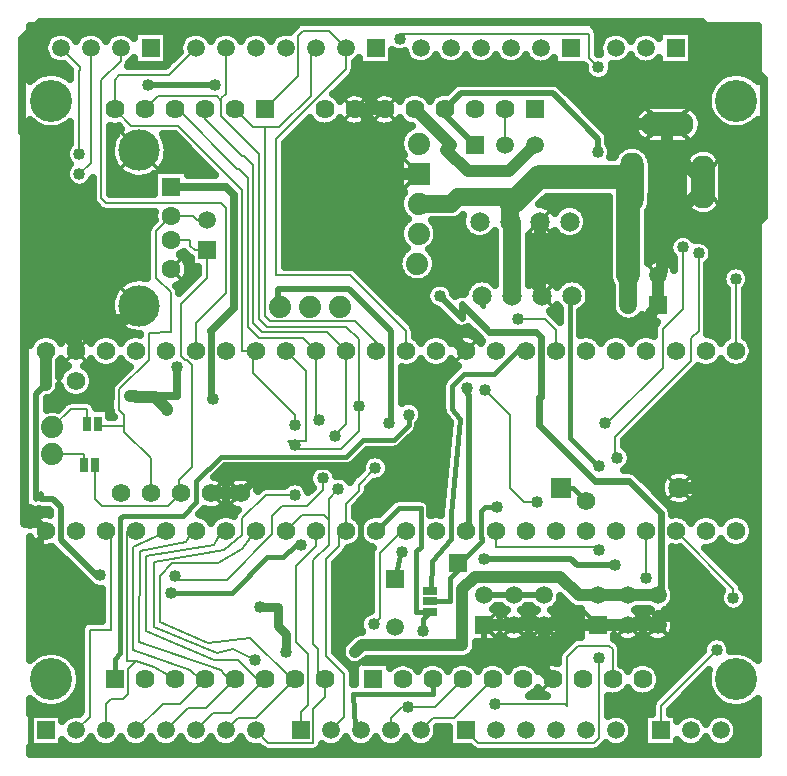
<source format=gbl>
G04 DipTrace 3.3.1.3*
G04 T4LSSArduinoShield.gbl*
%MOIN*%
G04 #@! TF.FileFunction,Copper,L2,Bot*
G04 #@! TF.Part,Single*
G04 #@! TA.AperFunction,Conductor*
%ADD13C,0.02*%
%ADD14C,0.015*%
G04 #@! TA.AperFunction,ViaPad*
%ADD15C,0.04*%
G04 #@! TA.AperFunction,CopperBalancing*
%ADD17C,0.025*%
G04 #@! TA.AperFunction,Conductor*
%ADD18C,0.022*%
%ADD20C,0.03*%
%ADD21C,0.008*%
%ADD22C,0.059055*%
%ADD23C,0.06*%
%ADD24C,0.08*%
G04 #@! TA.AperFunction,CopperBalancing*
%ADD25C,0.013*%
G04 #@! TA.AperFunction,ComponentPad*
%ADD27C,0.074*%
%ADD28R,0.074X0.074*%
%ADD30R,0.059055X0.059055*%
%ADD31C,0.059055*%
%ADD33R,0.062992X0.062992*%
%ADD34C,0.062992*%
%ADD35C,0.137795*%
%ADD36R,0.06378X0.06378*%
%ADD37C,0.06378*%
%ADD38O,0.07874X0.19685*%
%ADD39O,0.07874X0.177165*%
%ADD40O,0.177165X0.07874*%
%ADD41C,0.070866*%
%ADD42R,0.070866X0.070866*%
%ADD44R,0.05X0.025*%
G04 #@! TA.AperFunction,ComponentPad*
%ADD47C,0.065199*%
%ADD51R,0.025X0.05*%
G04 #@! TA.AperFunction,ComponentPad*
%ADD53C,0.06194*%
%ADD54C,0.074*%
G04 #@! TA.AperFunction,ViaPad*
%ADD56C,0.14*%
%FSLAX26Y26*%
G04*
G70*
G90*
G75*
G01*
G04 Bottom*
%LPD*%
X2333700Y2447700D2*
D13*
Y2491700D1*
X2182720Y2642680D1*
X1876539D1*
X1822834Y2588976D1*
X2391700Y1068700D2*
X2263700D1*
X2242700Y1089700D1*
X1952700D1*
X1056834Y2668869D2*
X835228D1*
X1893700Y1183700D2*
X1904700D1*
Y1637700D1*
X1897700Y1644700D1*
Y1661700D1*
X1822834Y2588976D2*
Y2568696D1*
X1922830Y2468700D1*
X1953700Y968700D2*
X2053700D1*
X2153700D1*
X1722834Y2588976D2*
D15*
X1843010Y2468800D1*
X1828805Y2454595D1*
X1899700Y2383700D1*
X2037830D1*
X2122830Y2468700D1*
X898700Y1587700D2*
Y1589700D1*
X857700Y1630700D1*
X792672D1*
X790672Y1632700D1*
X774700D1*
X493700Y1671188D2*
Y1783700D1*
X2333700Y968700D2*
X2433700D1*
X2533700D1*
X931700Y1728700D2*
D17*
Y1633700D1*
X860700D1*
X857700Y1630700D1*
X2333700Y968700D2*
D15*
X2269700D1*
X2206700Y1031700D1*
X1924700D1*
X1881700Y988700D1*
Y802700D1*
X1546700D1*
X1525700Y781700D1*
X1295700D2*
D20*
Y840700D1*
X1268700Y867700D1*
Y931102D1*
X1206700D1*
X493700Y1671188D2*
D13*
X490188D1*
X460700Y1641700D1*
Y1289700D1*
X476700Y1305700D1*
Y1290700D1*
X518700D1*
X544700Y1264700D1*
Y1152700D1*
X666700Y1030700D1*
Y1043700D1*
X674700Y1035700D1*
X2533700Y968700D2*
D18*
X2543700D1*
Y1244700D1*
X2438700Y1349700D1*
X2324700D1*
X2137700Y1536700D1*
Y1630700D1*
X2143700D1*
Y1830700D1*
X2127700Y1846700D1*
X1971700D1*
X1879700Y1938700D1*
Y1893700D1*
X1806700Y1966700D1*
X922834Y688976D2*
D21*
X853700Y729700D1*
X793700Y750869D1*
X766724Y723893D1*
Y640228D1*
X750724Y624228D1*
X709700D1*
X693700Y608228D1*
Y518700D1*
X793700Y750869D2*
X765700D1*
Y1183700D1*
X793700D1*
Y518700D2*
X883228Y608228D1*
X942086D1*
X1022834Y688976D1*
X1007754D1*
X975392Y721338D1*
X784700Y786679D1*
Y1129014D1*
X895329Y1180899D1*
X893700Y1183700D1*
Y518700D2*
X967228Y592228D1*
X1026086D1*
X1122834Y688976D1*
X1102100D1*
X1078700Y721700D1*
X803700Y812700D1*
X807764Y1116943D1*
X960020Y1148414D1*
X986700Y1193700D1*
X993700Y1183700D1*
Y518700D2*
X1051228Y576228D1*
X1110086D1*
X1222834Y688976D1*
X1198424D1*
X1134700Y752700D1*
X1054385D1*
X827483Y850700D1*
Y1101944D1*
X1054438Y1137247D1*
X1083700Y1193700D1*
X1093700Y1183700D1*
Y518700D2*
X1135228Y560228D1*
X1194086D1*
X1322834Y688976D1*
X1314424D1*
X1175700Y827700D1*
X1034700Y809700D1*
X873700Y880700D1*
Y1034700D1*
X914578Y1075578D1*
X1066578D1*
X1147700Y1123700D1*
X1193700Y1185700D1*
Y1183700D1*
X1893700Y518700D2*
X1935228Y477172D1*
X2319228D1*
X2336700Y494645D1*
Y761700D1*
Y1121700D2*
Y1129700D1*
X1993700D1*
Y1183700D1*
X2793700Y2023767D2*
Y1783700D1*
X2068700Y1890700D2*
X2156700D1*
X2193700Y1853700D1*
Y1783700D1*
X515700Y1438700D2*
X620700D1*
Y1403700D1*
X515700Y1528700D2*
X576700Y1589700D1*
X630700D1*
Y1541700D1*
X1949700Y1934700D2*
D14*
X1947700Y1936700D1*
Y1967700D1*
X722834Y688976D2*
Y757948D1*
X741700Y776814D1*
Y1225703D1*
X750697Y1234700D1*
X951700D1*
X995700Y1278700D1*
Y1350700D1*
X1076700Y1431700D1*
X1494700D1*
X1550700Y1487700D1*
X1652700D1*
X1702700Y1537700D1*
Y1571700D1*
X693700Y1183700D2*
D21*
X709700Y1167700D1*
Y855002D1*
X640137D1*
Y565137D1*
X593700Y518700D1*
X2336700Y1399700D2*
D14*
X2334700D1*
X2241700Y1492700D1*
Y1967700D1*
X2247700D1*
X1343700Y1137700D2*
X1326700D1*
X1284700Y1095700D1*
X1231700D1*
X1112700Y976700D1*
X911700D1*
X1782834Y688976D2*
Y639545D1*
X1519199D1*
X1524700Y529700D1*
X1543700Y510700D1*
Y518700D1*
X1593700Y1184700D2*
Y1183700D1*
X1775700Y913700D2*
X1727700D1*
Y1115700D1*
X1742700Y1130700D1*
Y1259700D1*
X1669700D1*
X1593700Y1183700D1*
X1751700Y851700D2*
Y889700D1*
X1775700Y913700D1*
X1643700Y518700D2*
D21*
Y560228D1*
X1680172Y596700D1*
X1700700D1*
X1586700Y872700D2*
X1607700Y893700D1*
Y1111700D1*
X1679700Y1183700D1*
X1693700D1*
X1700700Y596700D2*
X1790558D1*
X1882834Y688976D1*
X1982834D2*
X1854086Y560228D1*
X1785228D1*
X1743700Y518700D1*
X2129700Y1279700D2*
X2088700D1*
X2041700Y1326700D1*
Y1570700D1*
X1957700Y1654700D1*
X1222834Y2588976D2*
X1335228Y2701369D1*
Y2833310D1*
X1351228Y2849310D1*
X1438090D1*
X1493700Y2793700D1*
Y2722700D1*
X1260700Y2489700D1*
Y2035700D1*
X1507700D1*
X1693700Y1849700D1*
Y1783700D1*
X1393700Y2793700D2*
X1376700Y2776700D1*
Y2634700D1*
X1271086Y2529086D1*
X1223700D1*
Y1900672D1*
X1241672Y1882700D1*
X1524700D1*
X1593700Y1813700D1*
Y1783700D1*
X1223700Y2529086D2*
X1182724D1*
X1122834Y2588976D1*
X1022834D2*
Y2558566D1*
X1146149Y2435251D1*
X1152672D1*
X1184700Y2403224D1*
Y1875700D1*
X1214700Y1845700D1*
X1431700D1*
X1493700Y1783700D1*
Y1539700D1*
X1455700Y1501700D1*
X1456700D1*
X922834Y2588976D2*
X933424D1*
X1131409Y2390991D1*
X1136672D1*
X1167700Y2359964D1*
Y1863700D1*
X1203700Y1827700D1*
X1349700D1*
X1393700Y1783700D1*
Y1553700D1*
X1402700D1*
X822834Y2588976D2*
X866728Y2632869D1*
X1062944D1*
X1078944Y2616869D1*
Y2565952D1*
X1203700Y2441196D1*
Y1890700D1*
X1229700Y1864700D1*
X1495700D1*
X1536700Y1823700D1*
Y1600700D1*
X2617700Y2128700D2*
Y1923700D1*
X2549700Y1855700D1*
Y1727700D1*
X2364700Y1542700D1*
X2357700D1*
X1078944Y2616869D2*
Y2625491D1*
X1093700Y2640247D1*
Y2793700D1*
X1536700Y1600700D2*
Y1515700D1*
X1478700Y1457700D1*
X1327700D1*
X1301700Y1483700D1*
X1323700D1*
X1360700D1*
Y1716700D1*
X1293700Y1783700D1*
X1323700Y1483700D2*
Y1468700D1*
X1323456Y1303747D2*
X1226747D1*
X1148567Y1225567D1*
Y1168796D1*
X1086700Y1121700D1*
X855700Y1081700D1*
X853620Y864700D1*
X1063700Y777700D1*
X1118700Y791700D1*
X1190700Y754700D1*
X1991700Y605700D2*
X2223700D1*
X2230700Y598700D1*
Y762700D1*
X2268700Y800700D1*
X2371700D1*
X2382700Y789700D1*
Y689109D1*
X2382834Y688976D1*
X993700Y2793700D2*
X902869Y2702869D1*
X738834D1*
X722834Y2686869D1*
Y2588976D1*
X776550Y2535259D1*
X935141D1*
X1068700Y2401700D1*
X1066468D1*
X1147700Y2320468D1*
Y1783700D1*
X1193700D1*
X1323700Y1537700D2*
Y1569700D1*
X1183700Y1709700D1*
Y1773700D1*
X1193700Y1783700D1*
X2669700Y2108700D2*
Y1851700D1*
X2644700Y1826700D1*
Y1751700D1*
X2390700Y1497700D1*
Y1423700D1*
X2395700D1*
X2398700Y1426700D1*
X743700Y2793700D2*
Y2751247D1*
X678944Y2686491D1*
Y2292566D1*
X694944Y2276566D1*
X1077228D1*
X1093228Y2260566D1*
Y1978078D1*
X993700Y1878550D1*
Y1783700D1*
X605700Y2373700D2*
X643700Y2411700D1*
Y2793700D1*
X1672700Y2824700D2*
Y2841700D1*
X2304313D1*
Y2760087D1*
X2335700Y2728700D1*
X604700Y2440700D2*
Y2718700D1*
X607700Y2721700D1*
Y2729700D1*
X543700Y2793700D1*
X2495700Y1026700D2*
X2493700Y1028700D1*
Y1183700D1*
X2729700Y786700D2*
X2543700Y600700D1*
Y518700D1*
X2785590Y960665D2*
Y991810D1*
X2593700Y1183700D1*
X2093700Y1783700D2*
D14*
X2065700D1*
X1987700Y1705700D1*
X1886700D1*
X1848700Y1667700D1*
Y1589334D1*
X1875700Y1555700D1*
X1844700Y1241700D1*
Y1158443D1*
X1781700Y1082700D1*
X1777700Y983700D1*
X1775700D1*
X1293700Y1183700D2*
D21*
X1346672Y1236672D1*
X1420670D1*
X1436670Y1220672D1*
Y1138670D1*
X1385700Y1087700D1*
Y805700D1*
X1399700Y791700D1*
Y688976D1*
X1422834D1*
X1436670Y1220672D2*
Y1291697D1*
X1468672Y1323700D1*
X1422834Y688976D2*
Y629086D1*
X1385228Y591480D1*
Y477172D1*
X1235228D1*
X1193700Y518700D1*
X1393700Y1183700D2*
Y1132700D1*
X1327700Y1066700D1*
Y813700D1*
X1368672Y772728D1*
Y604716D1*
X1343700Y579743D1*
Y518700D1*
X1591700Y1393700D2*
X1536672Y1338672D1*
Y1318293D1*
X1493700Y1275321D1*
Y1183700D1*
X1470700D1*
Y1132700D1*
X1428700Y1090700D1*
Y766700D1*
X1487700Y707700D1*
Y562700D1*
X1443700Y518700D1*
X1953700Y868700D2*
D15*
X2053700D1*
X2153700D1*
Y718109D1*
X2182834Y688976D1*
X2153700Y868700D2*
X2333700D1*
X2433700D1*
X2533700D1*
X2535700Y2035700D2*
Y1935700D1*
X2139700Y2214700D2*
Y2091453D1*
Y1975700D1*
X2147700Y1967700D1*
X2139700Y2091453D2*
X2306700D1*
Y2058700D1*
X2344700Y2020700D1*
Y1869700D1*
X2511700D1*
Y1911700D1*
X2535700Y1935700D1*
X1522834Y2588976D2*
X1578968D1*
X1622834D1*
X1522834D2*
X1565700D1*
Y2395659D1*
X1543700D1*
Y2082700D1*
X1703700Y1922700D1*
X1771700D1*
X1843700Y1850700D1*
Y1833700D1*
X1893700Y1783700D1*
X1736700Y2374700D2*
X1533700D1*
Y2405659D1*
X1543700Y2395659D1*
X593700Y1783700D2*
Y1831700D1*
X647700Y1885700D1*
X755716D1*
X805054Y1935039D1*
X1043700Y1308700D2*
X1143700D1*
X1337700Y2405700D2*
X1555659D1*
X1565700Y2395659D1*
X593700Y1783700D2*
D20*
Y1813700D1*
X539700Y1867700D1*
X421700D1*
Y1208700D1*
X468700D1*
X493700Y1183700D1*
X421700Y1867700D2*
D17*
Y2512112D1*
X415850D1*
Y2822850D1*
X474700Y2881700D1*
X2681700D1*
X2865700Y2697700D1*
Y2711700D1*
X2888700Y2688700D1*
Y2230033D1*
X2848644Y2189977D1*
D15*
X2857700Y2180920D1*
Y1327700D1*
Y941700D1*
X2814700Y898700D1*
X2592700D1*
X2533700D1*
Y868700D1*
X493700Y1183700D2*
D13*
X478700D1*
Y1103700D1*
X609700Y972700D1*
Y578392D1*
X443700D1*
Y444700D1*
X2426700D1*
X2461700Y479700D1*
Y565700D1*
X2513700Y617700D1*
Y621700D1*
X2592700Y700700D1*
Y898700D1*
X1780165Y1376700D2*
D17*
X1755700D1*
X1713281Y1419119D1*
X1688700Y1443700D1*
X1622700D1*
X1612700Y1453700D1*
X1569700D1*
X1516700Y1400700D1*
X1205700D1*
X1182700Y1377700D1*
Y1347700D1*
X1143700Y1308700D1*
X1953700Y868700D2*
D13*
Y755700D1*
X1557700D1*
X1516207Y726193D1*
X1458700Y783700D1*
Y1021700D1*
X1543700Y1106700D1*
Y1240700D1*
X1638700Y1335700D1*
Y1344537D1*
X1713281Y1419119D1*
X2603700Y1327700D2*
D15*
X2857700D1*
X2565810Y2539613D2*
Y2464810D1*
X2683920Y2346700D1*
Y2326920D1*
X2548700Y2191700D1*
Y2048700D1*
X2535700Y2035700D1*
X1578968Y2588976D2*
Y2688968D1*
X1605700Y2715700D1*
X2224700D1*
X2399700Y2540700D1*
X2564724D1*
X2565810Y2539613D1*
X2022830Y2468700D2*
D21*
Y2525090D1*
X2022834Y2525094D1*
Y2588976D1*
X1680700Y1113700D2*
D14*
X1674700Y1104165D1*
X1658700Y1022440D1*
X2210787Y1327700D2*
X2249700D1*
X2293700Y1283700D1*
X1416700Y1358700D2*
D21*
Y1319700D1*
X1364700Y1267700D1*
X1280700D1*
X1247700Y1234700D1*
Y1172700D1*
X1096700Y1021700D1*
X912700D1*
X924700Y1033700D1*
X1775700Y948700D2*
D14*
X1841700D1*
Y1026700D1*
X1863700Y1048700D1*
Y1071700D1*
X1867700Y1075700D1*
X1873700D1*
X1946700Y1148700D1*
Y1161700D1*
X1944700Y1159700D1*
Y1249700D1*
X1957700Y1262700D1*
X1997700D1*
X911747Y2154330D2*
D21*
X975243D1*
Y2134700D1*
X991243Y2118700D1*
X1031700D1*
X943700Y1308700D2*
X900700Y1265700D1*
X682165D1*
X656133Y1291731D1*
Y1403700D1*
X1031700Y2118700D2*
Y2028409D1*
X943700Y1940409D1*
Y1767700D1*
X957700Y1753700D1*
X962700D1*
X980700Y1735700D1*
Y1397700D1*
X937700Y1354700D1*
Y1308700D1*
X943700D1*
X1031700Y2218700D2*
X998428D1*
X984058Y2233070D1*
X911747D1*
X861700Y2183023D1*
Y2026700D1*
X909700Y1978700D1*
Y1847700D1*
X837172Y1842733D1*
Y1754172D1*
X738672Y1655672D1*
Y1586700D1*
X754700Y1570672D1*
Y1534700D1*
Y1514700D1*
X843700Y1425700D1*
Y1308700D1*
X754700Y1534700D2*
X666133D1*
Y1541700D1*
X2435700Y2035700D2*
D22*
Y1935700D1*
X2039700Y2214700D2*
D23*
X2047700D1*
Y1967700D1*
X1736700Y2274700D2*
X1845700D1*
X1867700Y2296700D1*
X2039700D1*
Y2284625D1*
Y2214700D1*
X2447700Y2346700D2*
D24*
X2435700D1*
Y2035700D1*
X2039700Y2284625D2*
X2057625D1*
X2136700Y2363700D1*
X2430700D1*
X2447700Y2346700D1*
X1636672Y1542523D2*
D13*
X1644700D1*
Y1850700D1*
X1503700Y1991700D1*
X1268700D1*
Y1935700D1*
X1272700Y1931700D1*
X1050672Y1622511D2*
D17*
X1043700D1*
D18*
Y1848700D1*
D17*
X1121700Y1926700D1*
Y2303023D1*
X1093228Y2331495D1*
X911747D1*
D15*
X931700Y1728700D3*
X1525700Y781700D3*
X1295700D3*
X1206700Y931102D3*
X1806700Y1966700D3*
X1702700Y1571700D3*
X911700Y976700D3*
X1751700Y851700D3*
X2129700Y1279700D3*
X1957700Y1654700D3*
X1190700Y754700D3*
X1991700Y605700D3*
X1323700Y1537700D3*
X2669700Y2108700D3*
X2398700Y1426700D3*
X1672700Y2824700D3*
X2335700Y2728700D3*
X604700Y2440700D3*
X1337700Y2405700D3*
X1780165Y1376700D3*
X1680700Y1113700D3*
X1416700Y1358700D3*
X924700Y1033700D3*
X1997700Y1262700D3*
D56*
X2795275Y688976D3*
X511810D3*
Y2618109D3*
X2795275D3*
D15*
X835228Y2668869D3*
X1056834D3*
X1897700Y1661700D3*
X2391700Y1068700D3*
X1952700Y1089700D3*
X2333700Y2447700D3*
X774700Y1632700D3*
X493700Y1671188D3*
X674700Y1035700D3*
X898700Y1587700D3*
X2336700Y761700D3*
Y1121700D3*
X2068700Y1890700D3*
X1343700Y1137700D3*
X2336700Y1399700D3*
X1586700Y872700D3*
X1700700Y596700D3*
X1456700Y1501700D3*
X1402700Y1553700D3*
X2357700Y1542700D3*
X2617700Y2128700D3*
X1536700Y1600700D3*
X605700Y2373700D3*
X1468672Y1323700D3*
X1591700Y1393700D3*
X1636672Y1542523D3*
X1050672Y1622511D3*
X2793700Y2023767D3*
X1323700Y1468700D3*
X1323456Y1303747D3*
X2495700Y1026700D3*
X2729700Y786700D3*
X2785590Y960665D3*
X443718Y2841016D2*
D17*
X513106D1*
X574300D2*
X613115D1*
X674310D2*
X713124D1*
X901241D2*
X963094D1*
X1024288D2*
X1063103D1*
X1124297D2*
X1163112D1*
X1224307D2*
X1263121D1*
X2336322D2*
X2363115D1*
X2424310D2*
X2463124D1*
X2651241D2*
X2863377D1*
X443718Y2816148D2*
X490965D1*
X901241D2*
X940953D1*
X2651241D2*
X2863377D1*
X443718Y2791279D2*
X486229D1*
X901241D2*
X936216D1*
X2651241D2*
X2863377D1*
X443718Y2766410D2*
X493405D1*
X901241D2*
X922186D1*
X1651221D2*
X1693409D1*
X2651241D2*
X2863377D1*
X443718Y2741541D2*
X523656D1*
X1651221D2*
X1723659D1*
X1763718D2*
X1823668D1*
X1863727D2*
X1923677D1*
X1963736D2*
X2023651D1*
X2063745D2*
X2123660D1*
X2163719D2*
X2186170D1*
X2413724D2*
X2473674D1*
X2513733D2*
X2536185D1*
X2651241D2*
X2863377D1*
X443718Y2716672D2*
X572709D1*
X1525088D2*
X2289301D1*
X2382074D2*
X2863377D1*
X1507038Y2691804D2*
X2306562D1*
X2364814D2*
X2732040D1*
X1482170Y2666935D2*
X1848105D1*
X2211158D2*
X2710689D1*
X1457303Y2642066D2*
X1498557D1*
X1547121D2*
X1598531D1*
X1647130D2*
X1698540D1*
X1747139D2*
X1798549D1*
X2236025D2*
X2700319D1*
X2260893Y2617197D2*
X2697269D1*
X2285761Y2592329D2*
X2476294D1*
X2655332D2*
X2700821D1*
X2310629Y2567460D2*
X2455517D1*
X2676109D2*
X2711802D1*
X1357796Y2542591D2*
X1386527D1*
X1459133D2*
X1486536D1*
X1559142D2*
X1586545D1*
X1659115D2*
X1686555D1*
X2335496D2*
X2449309D1*
X2682317D2*
X2734301D1*
X443718Y2517722D2*
X572709D1*
X710947D2*
X734440D1*
X1332928D2*
X1688851D1*
X2360400D2*
X2453041D1*
X2678585D2*
X2863377D1*
X443718Y2492854D2*
X572709D1*
X892809D2*
X933310D1*
X1308060D2*
X1674390D1*
X2371668D2*
X2469153D1*
X2662473D2*
X2863377D1*
X443718Y2467985D2*
X565784D1*
X900667D2*
X958213D1*
X1292702D2*
X1672057D1*
X2376943D2*
X2426881D1*
X2468519D2*
X2863377D1*
X443718Y2443116D2*
X556777D1*
X901493D2*
X983081D1*
X1292702D2*
X1680275D1*
X2503219D2*
X2636911D1*
X2730904D2*
X2863377D1*
X443718Y2418247D2*
X562626D1*
X895572D2*
X1007949D1*
X1292702D2*
X1671699D1*
X2513841D2*
X2620512D1*
X2747339D2*
X2863377D1*
X443718Y2393378D2*
X562160D1*
X710947D2*
X728842D1*
X881254D2*
X1032817D1*
X1292702D2*
X1671699D1*
X2515061D2*
X2616565D1*
X2751286D2*
X2863377D1*
X443718Y2368510D2*
X557997D1*
X710947D2*
X759200D1*
X1292702D2*
X1671699D1*
X2515061D2*
X2616565D1*
X2751286D2*
X2863377D1*
X443718Y2343641D2*
X569049D1*
X710947D2*
X852247D1*
X1292702D2*
X1671699D1*
X2515635D2*
X2616565D1*
X2751286D2*
X2863377D1*
X443718Y2318772D2*
X646954D1*
X710947D2*
X852247D1*
X1292702D2*
X1671699D1*
X2515061D2*
X2616565D1*
X2751286D2*
X2863377D1*
X443718Y2293903D2*
X646954D1*
X1292702D2*
X1674713D1*
X2162032D2*
X2367708D1*
X2515061D2*
X2616637D1*
X2751179D2*
X2863377D1*
X443718Y2269035D2*
X658257D1*
X1292702D2*
X1671950D1*
X2162786D2*
X2216636D1*
X2262759D2*
X2367708D1*
X2512334D2*
X2623132D1*
X2744720D2*
X2863377D1*
X443718Y2244166D2*
X853324D1*
X1292702D2*
X1679665D1*
X2292256D2*
X2367708D1*
X2503686D2*
X2644483D1*
X2723369D2*
X2863377D1*
X443718Y2219297D2*
X853754D1*
X1292702D2*
X1690430D1*
X1851490D2*
X1879289D1*
X2300115D2*
X2367708D1*
X2503686D2*
X2863377D1*
X443718Y2194428D2*
X832009D1*
X1292702D2*
X1674892D1*
X1798490D2*
X1882769D1*
X2296634D2*
X2367708D1*
X2503686D2*
X2863377D1*
X443718Y2169560D2*
X829712D1*
X1292702D2*
X1671914D1*
X1801504D2*
X1900640D1*
X2178790D2*
X2200631D1*
X2278763D2*
X2367708D1*
X2503686D2*
X2595178D1*
X2640225D2*
X2863377D1*
X443718Y2144691D2*
X829712D1*
X1292702D2*
X1679378D1*
X1794040D2*
X1989704D1*
X2105694D2*
X2367708D1*
X2503686D2*
X2572607D1*
X2700044D2*
X2863377D1*
X443718Y2119822D2*
X829712D1*
X1292702D2*
X1685945D1*
X1777461D2*
X1989704D1*
X2105694D2*
X2367708D1*
X2503686D2*
X2570562D1*
X2716335D2*
X2863377D1*
X443718Y2094953D2*
X829712D1*
X955749D2*
X971239D1*
X1292702D2*
X1670084D1*
X1793322D2*
X1989704D1*
X2105694D2*
X2367708D1*
X2503686D2*
X2584664D1*
X2715582D2*
X2863377D1*
X443718Y2070085D2*
X829712D1*
X1292702D2*
X1666854D1*
X1796516D2*
X1989704D1*
X2105694D2*
X2367708D1*
X2701694D2*
X2863377D1*
X443718Y2045216D2*
X829712D1*
X970247D2*
X999695D1*
X1542420D2*
X1674103D1*
X1789303D2*
X1989704D1*
X2105694D2*
X2367708D1*
X2701694D2*
X2751059D1*
X2836332D2*
X2863377D1*
X443718Y2020347D2*
X762142D1*
X958800D2*
X979421D1*
X1567288D2*
X1698361D1*
X1765045D2*
X1920627D1*
X1974789D2*
X1989704D1*
X2105694D2*
X2120610D1*
X2174771D2*
X2220619D1*
X2274780D2*
X2369538D1*
X2701694D2*
X2745820D1*
X2841571D2*
X2863377D1*
X443718Y1995478D2*
X730026D1*
X936480D2*
X954553D1*
X1592155D2*
X1768945D1*
X1844457D2*
X1894181D1*
X2301227D2*
X2378186D1*
X2701694D2*
X2755580D1*
X2831846D2*
X2863377D1*
X443718Y1970609D2*
X715098D1*
X1617023D2*
X1758861D1*
X2308224D2*
X2378186D1*
X2701694D2*
X2761717D1*
X2825710D2*
X2863377D1*
X443718Y1945741D2*
X708782D1*
X1641891D2*
X1763813D1*
X2303990D2*
X2378186D1*
X2701694D2*
X2761717D1*
X2825710D2*
X2863377D1*
X443718Y1920872D2*
X709213D1*
X1666759D2*
X1798406D1*
X2184603D2*
X2206194D1*
X2284577D2*
X2380196D1*
X2701694D2*
X2761717D1*
X2825710D2*
X2863377D1*
X443718Y1896003D2*
X716605D1*
X1691626D2*
X1823273D1*
X2277185D2*
X2395088D1*
X2701694D2*
X2761717D1*
X2825710D2*
X2863377D1*
X443718Y1871134D2*
X733076D1*
X1716494D2*
X1848141D1*
X2277185D2*
X2522046D1*
X2701694D2*
X2761717D1*
X2825710D2*
X2863377D1*
X443718Y1846266D2*
X770467D1*
X1725716D2*
X1918008D1*
X2277185D2*
X2517704D1*
X2701192D2*
X2761717D1*
X2825710D2*
X2863377D1*
X2838234Y1821397D2*
X2863377D1*
X2838951Y1746791D2*
X2863377D1*
X637780Y1721922D2*
X760707D1*
X1682691D2*
X1853739D1*
X2659136D2*
X2863377D1*
X651057Y1697053D2*
X735839D1*
X1682691D2*
X1828871D1*
X2634268D2*
X2863377D1*
X651487Y1672184D2*
X711725D1*
X1682691D2*
X1813513D1*
X2609400D2*
X2863377D1*
X534936Y1647315D2*
X548021D1*
X639394D2*
X706665D1*
X1682691D2*
X1813190D1*
X2584533D2*
X2863377D1*
X498693Y1622447D2*
X706665D1*
X1682691D2*
X1813190D1*
X2559665D2*
X2863377D1*
X498693Y1597578D2*
X540342D1*
X661643D2*
X706665D1*
X1742618D2*
X1813190D1*
X2534797D2*
X2863377D1*
X1750692Y1572709D2*
X1817675D1*
X2509929D2*
X2863377D1*
X1743946Y1547840D2*
X1837196D1*
X2485062D2*
X2863377D1*
X1734723Y1522972D2*
X1836802D1*
X2460194D2*
X2863377D1*
X1712260Y1498103D2*
X1834362D1*
X2435326D2*
X2863377D1*
X1687392Y1473234D2*
X1831886D1*
X2422695D2*
X2863377D1*
X1560541Y1448365D2*
X1829445D1*
X2441211D2*
X2863377D1*
X1535674Y1423497D2*
X1554824D1*
X1628578D2*
X1827005D1*
X2446594D2*
X2863377D1*
X1092791Y1398628D2*
X1392376D1*
X1441011D2*
X1543951D1*
X1639415D2*
X1824529D1*
X2437013D2*
X2863377D1*
X1067923Y1373759D2*
X1371276D1*
X1462147D2*
X1527552D1*
X1635109D2*
X1822089D1*
X2468770D2*
X2561303D1*
X2646110D2*
X2863377D1*
X1085865Y1348890D2*
X1101535D1*
X1185875D2*
X1315261D1*
X1331629D2*
X1369769D1*
X1602095D2*
X1819613D1*
X2493638D2*
X2544079D1*
X2663334D2*
X2863377D1*
X1568687Y1324022D2*
X1817173D1*
X2518506D2*
X2540383D1*
X2667030D2*
X2863377D1*
X1561618Y1299153D2*
X1814697D1*
X2660033D2*
X2863377D1*
X1536894Y1274284D2*
X1635133D1*
X1774806D2*
X1812257D1*
X2635524D2*
X2863377D1*
X443718Y1249415D2*
X506683D1*
X1015568D2*
X1128197D1*
X1525698D2*
X1610229D1*
X1778215D2*
X1809817D1*
X2582380D2*
X2863377D1*
X1035197Y1224546D2*
X1052194D1*
X1535207D2*
X1552204D1*
X2635201D2*
X2652198D1*
X2735210D2*
X2752207D1*
X2835184D2*
X2863377D1*
X2850363Y1199678D2*
X2863377D1*
X2841463Y1149940D2*
X2863377D1*
X443718Y1125071D2*
X519637D1*
X1501691D2*
X1578902D1*
X2582703D2*
X2608096D1*
X2696563D2*
X2863377D1*
X443718Y1100203D2*
X544505D1*
X1482422D2*
X1575708D1*
X2582703D2*
X2632964D1*
X2721431D2*
X2863377D1*
X443718Y1075334D2*
X569372D1*
X1460712D2*
X1575708D1*
X2582703D2*
X2657832D1*
X2746299D2*
X2863377D1*
X443718Y1050465D2*
X594240D1*
X1460712D2*
X1575708D1*
X2582703D2*
X2682700D1*
X2771166D2*
X2863377D1*
X443718Y1025596D2*
X619108D1*
X1460712D2*
X1575708D1*
X2582703D2*
X2707567D1*
X2796034D2*
X2863377D1*
X443718Y1000728D2*
X643078D1*
X1460712D2*
X1575708D1*
X2582703D2*
X2732435D1*
X2816201D2*
X2863377D1*
X443718Y975859D2*
X677707D1*
X1460712D2*
X1575708D1*
X2590776D2*
X2740186D1*
X2830985D2*
X2863377D1*
X443718Y950990D2*
X677707D1*
X1460712D2*
X1575708D1*
X2588300D2*
X2738643D1*
X2832564D2*
X2863377D1*
X443718Y926121D2*
X677707D1*
X1460712D2*
X1575708D1*
X1991044D2*
X2016330D1*
X2091053D2*
X2116340D1*
X2191063D2*
X2251156D1*
X2571040D2*
X2753463D1*
X2817708D2*
X2863377D1*
X443718Y901252D2*
X677707D1*
X1460712D2*
X1548759D1*
X2200572D2*
X2276168D1*
X2580549D2*
X2863377D1*
X443718Y876384D2*
X617314D1*
X1460712D2*
X1538855D1*
X2210691D2*
X2276168D1*
X2590705D2*
X2863377D1*
X443718Y851515D2*
X608127D1*
X1460712D2*
X1543915D1*
X2208466D2*
X2276168D1*
X2588480D2*
X2863377D1*
X443718Y826646D2*
X608127D1*
X1460712D2*
X1503796D1*
X2091699D2*
X2115694D1*
X2191673D2*
X2252161D1*
X2471677D2*
X2495707D1*
X2571686D2*
X2705414D1*
X2753978D2*
X2863377D1*
X443718Y801777D2*
X608127D1*
X1460712D2*
X1482374D1*
X1929682D2*
X2225571D1*
X2412109D2*
X2684279D1*
X2775114D2*
X2863377D1*
X443718Y776909D2*
X472054D1*
X551550D2*
X608127D1*
X1462721D2*
X1477960D1*
X1921680D2*
X2202354D1*
X2414693D2*
X2675702D1*
X2835040D2*
X2863377D1*
X586035Y752040D2*
X608127D1*
X1562874D2*
X2198694D1*
X2414693D2*
X2650834D1*
X2528159Y727171D2*
X2625967D1*
X2541149Y702302D2*
X2601099D1*
X2541543Y677434D2*
X2576231D1*
X2664662D2*
X2697986D1*
X2529702Y652565D2*
X2551328D1*
X2639794D2*
X2704481D1*
X587542Y627696D2*
X608127D1*
X2368689D2*
X2526460D1*
X2614927D2*
X2719517D1*
X443718Y602827D2*
X468107D1*
X555533D2*
X608127D1*
X2368689D2*
X2511783D1*
X2590059D2*
X2751561D1*
X2838987D2*
X2863377D1*
X443718Y577959D2*
X608127D1*
X2368689D2*
X2511712D1*
X2575705D2*
X2863377D1*
X2439166Y553090D2*
X2486162D1*
X2789144D2*
X2863377D1*
X1800391Y528221D2*
X1836156D1*
X2450398D2*
X2486162D1*
X2800412D2*
X2863377D1*
X1799028Y503352D2*
X1836156D1*
X2449034D2*
X2486162D1*
X2799048D2*
X2863377D1*
X633761Y478483D2*
X653628D1*
X733770D2*
X753638D1*
X833743D2*
X853647D1*
X933752D2*
X953656D1*
X1033762D2*
X1053629D1*
X1133771D2*
X1153639D1*
X1483749D2*
X1503653D1*
X1583759D2*
X1603626D1*
X1683768D2*
X1703636D1*
X1783741D2*
X1836156D1*
X2433747D2*
X2486162D1*
X2683752D2*
X2703656D1*
X2783762D2*
X2863377D1*
X443718Y453615D2*
X1214965D1*
X1405486D2*
X1914957D1*
X2339480D2*
X2863377D1*
X1648728Y2786038D2*
Y2738672D1*
X1538672D1*
Y2761961D1*
X1532610Y2754790D1*
X1526044Y2749182D1*
X1523196Y2747278D1*
X1523109Y2720385D1*
X1522385Y2715813D1*
X1520954Y2711411D1*
X1518853Y2707286D1*
X1516132Y2703541D1*
X1456098Y2643379D1*
X1451455Y2638735D1*
X1456567Y2635405D1*
X1463415Y2629556D1*
X1469263Y2622708D1*
X1472807Y2617103D1*
X1476667Y2623066D1*
X1481398Y2628683D1*
X1486808Y2633649D1*
X1492809Y2637884D1*
X1499300Y2641318D1*
X1506177Y2643895D1*
X1513327Y2645573D1*
X1520633Y2646323D1*
X1527975Y2646135D1*
X1535232Y2645010D1*
X1542287Y2642968D1*
X1549022Y2640042D1*
X1555329Y2636279D1*
X1561104Y2631742D1*
X1566252Y2626504D1*
X1570690Y2620652D1*
X1572830Y2617142D1*
X1576667Y2623066D1*
X1581398Y2628683D1*
X1586808Y2633649D1*
X1592809Y2637884D1*
X1599300Y2641318D1*
X1606177Y2643895D1*
X1613327Y2645573D1*
X1620633Y2646323D1*
X1627975Y2646135D1*
X1635232Y2645010D1*
X1642287Y2642968D1*
X1649022Y2640042D1*
X1655329Y2636279D1*
X1661104Y2631742D1*
X1666252Y2626504D1*
X1670690Y2620652D1*
X1672830Y2617142D1*
X1676405Y2622708D1*
X1682253Y2629556D1*
X1689101Y2635405D1*
X1696779Y2640110D1*
X1705099Y2643556D1*
X1713856Y2645659D1*
X1722834Y2646365D1*
X1731812Y2645659D1*
X1740568Y2643556D1*
X1748888Y2640110D1*
X1756567Y2635405D1*
X1763415Y2629556D1*
X1769263Y2622708D1*
X1772807Y2617103D1*
X1776405Y2622708D1*
X1782253Y2629556D1*
X1789101Y2635405D1*
X1796779Y2640110D1*
X1805099Y2643556D1*
X1813856Y2645659D1*
X1822834Y2646365D1*
X1829592Y2645922D1*
X1853483Y2669675D1*
X1857990Y2672949D1*
X1862953Y2675478D1*
X1868251Y2677200D1*
X1873753Y2678071D1*
X1931657Y2678180D1*
X2185505Y2678071D1*
X2191007Y2677200D1*
X2196305Y2675478D1*
X2201268Y2672949D1*
X2205775Y2669675D1*
X2246796Y2628808D1*
X2360695Y2514755D1*
X2363969Y2510249D1*
X2366498Y2505285D1*
X2368219Y2499987D1*
X2369091Y2494485D1*
X2369200Y2476162D1*
X2372495Y2471474D1*
X2375737Y2465112D1*
X2377943Y2458322D1*
X2379060Y2451270D1*
Y2444130D1*
X2377943Y2437078D1*
X2375737Y2430288D1*
X2375240Y2429211D1*
X2387208Y2429200D1*
X2389900Y2435206D1*
X2395219Y2443885D1*
X2401830Y2451625D1*
X2409570Y2458236D1*
X2418250Y2463555D1*
X2427654Y2467450D1*
X2437552Y2469827D1*
X2447700Y2470625D1*
X2457848Y2469827D1*
X2467746Y2467450D1*
X2477150Y2463555D1*
X2485830Y2458236D1*
X2493570Y2451625D1*
X2500181Y2443885D1*
X2505500Y2435206D1*
X2509395Y2425801D1*
X2511771Y2415903D1*
X2512570Y2405755D1*
Y2355768D1*
X2513200Y2346700D1*
X2512570Y2332264D1*
X2512370Y2282555D1*
X2510778Y2272501D1*
X2507632Y2262820D1*
X2503011Y2253750D1*
X2501209Y2251054D1*
X2501200Y2078537D1*
X2505901Y2081961D1*
X2512326Y2085517D1*
X2519168Y2088185D1*
X2526304Y2089919D1*
X2533607Y2090688D1*
X2540948Y2090477D1*
X2548195Y2089290D1*
X2555219Y2087149D1*
X2561896Y2084092D1*
X2568107Y2080173D1*
X2573740Y2075462D1*
X2578696Y2070042D1*
X2582886Y2064011D1*
X2586235Y2057476D1*
X2588200Y2052309D1*
X2588150Y2094102D1*
X2583102Y2099150D1*
X2578905Y2104926D1*
X2575663Y2111288D1*
X2573457Y2118078D1*
X2572340Y2125130D1*
Y2132270D1*
X2573457Y2139322D1*
X2575663Y2146112D1*
X2578905Y2152474D1*
X2583102Y2158250D1*
X2588150Y2163298D1*
X2593926Y2167495D1*
X2600288Y2170737D1*
X2607078Y2172943D1*
X2614130Y2174060D1*
X2621270D1*
X2628322Y2172943D1*
X2635112Y2170737D1*
X2641474Y2167495D1*
X2647250Y2163298D1*
X2652298Y2158250D1*
X2656611Y2152267D1*
X2662582Y2153640D1*
X2669700Y2154200D1*
X2676818Y2153640D1*
X2683760Y2151973D1*
X2690357Y2149241D1*
X2696444Y2145510D1*
X2701873Y2140873D1*
X2706510Y2135444D1*
X2710241Y2129357D1*
X2712973Y2122760D1*
X2714640Y2115818D1*
X2715200Y2108700D1*
X2714640Y2101582D1*
X2712973Y2094640D1*
X2710241Y2088043D1*
X2706510Y2081956D1*
X2701873Y2076527D1*
X2699195Y2074058D1*
X2699109Y1849385D1*
X2698385Y1844813D1*
X2696951Y1840403D1*
X2702534Y1839475D1*
X2711150Y1837406D1*
X2719337Y1834015D1*
X2726892Y1829385D1*
X2733630Y1823630D1*
X2739385Y1816892D1*
X2743685Y1809926D1*
X2748015Y1816892D1*
X2753770Y1823630D1*
X2760508Y1829385D1*
X2764210Y1831857D1*
X2764150Y1989168D1*
X2759102Y1994217D1*
X2754905Y1999993D1*
X2751663Y2006355D1*
X2749457Y2013145D1*
X2748340Y2020197D1*
Y2027337D1*
X2749457Y2034389D1*
X2751663Y2041179D1*
X2754905Y2047541D1*
X2759102Y2053317D1*
X2764150Y2058365D1*
X2769926Y2062562D1*
X2776288Y2065803D1*
X2783078Y2068010D1*
X2790130Y2069127D1*
X2797270D1*
X2804322Y2068010D1*
X2811112Y2065803D1*
X2817474Y2062562D1*
X2823250Y2058365D1*
X2828298Y2053317D1*
X2832495Y2047541D1*
X2835737Y2041179D1*
X2837943Y2034389D1*
X2839060Y2027337D1*
Y2020197D1*
X2837943Y2013145D1*
X2835737Y2006355D1*
X2832495Y1999993D1*
X2828298Y1994217D1*
X2823195Y1989125D1*
X2823205Y1831848D1*
X2830374Y1826640D1*
X2836640Y1820374D1*
X2841848Y1813205D1*
X2845871Y1805310D1*
X2848610Y1796883D1*
X2849996Y1788131D1*
Y1779269D1*
X2848610Y1770517D1*
X2845871Y1762090D1*
X2841848Y1754195D1*
X2836640Y1747026D1*
X2830374Y1740760D1*
X2823205Y1735552D1*
X2815310Y1731529D1*
X2806883Y1728790D1*
X2798131Y1727404D1*
X2789269D1*
X2780517Y1728790D1*
X2772090Y1731529D1*
X2764195Y1735552D1*
X2757026Y1740760D1*
X2750760Y1747026D1*
X2745552Y1754195D1*
X2743715Y1757474D1*
X2739385Y1750508D1*
X2733630Y1743770D1*
X2726892Y1738015D1*
X2719337Y1733385D1*
X2711150Y1729994D1*
X2702534Y1727925D1*
X2693700Y1727230D1*
X2684866Y1727925D1*
X2676250Y1729994D1*
X2667897Y1733478D1*
X2659064Y1724345D1*
X2420219Y1485500D1*
X2420200Y1466804D1*
X2425444Y1463510D1*
X2430873Y1458873D1*
X2435510Y1453444D1*
X2439241Y1447357D1*
X2441973Y1440760D1*
X2443640Y1433818D1*
X2444200Y1426700D1*
X2443640Y1419582D1*
X2441973Y1412640D1*
X2439241Y1406043D1*
X2435510Y1399956D1*
X2430873Y1394527D1*
X2425444Y1389890D1*
X2419417Y1386193D1*
X2441564Y1386088D1*
X2447221Y1385192D1*
X2452668Y1383422D1*
X2457771Y1380821D1*
X2462405Y1377455D1*
X2496988Y1343031D1*
X2571455Y1268405D1*
X2574821Y1263771D1*
X2577422Y1258668D1*
X2579192Y1253221D1*
X2580088Y1247564D1*
X2580517Y1238610D1*
X2589269Y1239996D1*
X2598131D1*
X2606883Y1238610D1*
X2615310Y1235871D1*
X2623205Y1231848D1*
X2630374Y1226640D1*
X2636640Y1220374D1*
X2641848Y1213205D1*
X2643685Y1209926D1*
X2648015Y1216892D1*
X2653770Y1223630D1*
X2660508Y1229385D1*
X2668063Y1234015D1*
X2676250Y1237406D1*
X2684866Y1239475D1*
X2693700Y1240170D1*
X2702534Y1239475D1*
X2711150Y1237406D1*
X2719337Y1234015D1*
X2726892Y1229385D1*
X2733630Y1223630D1*
X2739385Y1216892D1*
X2743685Y1209926D1*
X2748015Y1216892D1*
X2753770Y1223630D1*
X2760508Y1229385D1*
X2768063Y1234015D1*
X2776250Y1237406D1*
X2784866Y1239475D1*
X2793700Y1240170D1*
X2802534Y1239475D1*
X2811150Y1237406D1*
X2819337Y1234015D1*
X2826892Y1229385D1*
X2833630Y1223630D1*
X2839385Y1216892D1*
X2844015Y1209337D1*
X2847406Y1201150D1*
X2849475Y1192534D1*
X2850170Y1183700D1*
X2849475Y1174866D1*
X2847406Y1166250D1*
X2844015Y1158063D1*
X2839385Y1150508D1*
X2833630Y1143770D1*
X2826892Y1138015D1*
X2819337Y1133385D1*
X2811150Y1129994D1*
X2802534Y1127925D1*
X2793700Y1127230D1*
X2784866Y1127925D1*
X2776250Y1129994D1*
X2768063Y1133385D1*
X2760508Y1138015D1*
X2753770Y1143770D1*
X2748015Y1150508D1*
X2743715Y1157474D1*
X2739385Y1150508D1*
X2733630Y1143770D1*
X2726892Y1138015D1*
X2719337Y1133385D1*
X2711150Y1129994D1*
X2702534Y1127925D1*
X2693700Y1127230D1*
X2691814Y1127304D1*
X2808022Y1010969D1*
X2810743Y1007224D1*
X2812844Y1003099D1*
X2814275Y998697D1*
X2815140Y995263D1*
X2820188Y990214D1*
X2824385Y984438D1*
X2827626Y978077D1*
X2829833Y971286D1*
X2830950Y964234D1*
Y957095D1*
X2829833Y950043D1*
X2827626Y943252D1*
X2824385Y936891D1*
X2820188Y931115D1*
X2815140Y926066D1*
X2809363Y921869D1*
X2803002Y918628D1*
X2796212Y916422D1*
X2789160Y915305D1*
X2782020D1*
X2774968Y916422D1*
X2768178Y918628D1*
X2761816Y921869D1*
X2756040Y926066D1*
X2750991Y931115D1*
X2746795Y936891D1*
X2743553Y943252D1*
X2741347Y950043D1*
X2740230Y957095D1*
Y964234D1*
X2741347Y971286D1*
X2743553Y978077D1*
X2746795Y984438D1*
X2748570Y987095D1*
X2606883Y1128790D1*
X2598131Y1127404D1*
X2589269D1*
X2580201Y1128880D1*
X2580200Y998140D1*
X2584539Y989758D1*
X2587207Y981546D1*
X2588558Y973017D1*
Y964383D1*
X2587207Y955854D1*
X2584539Y947642D1*
X2580619Y939948D1*
X2575543Y932962D1*
X2569438Y926857D1*
X2562452Y921781D1*
X2556643Y918730D1*
X2563067Y915236D1*
X2569002Y910911D1*
X2574308Y905835D1*
X2578892Y900097D1*
X2582670Y893800D1*
X2585576Y887056D1*
X2587558Y879985D1*
X2588581Y872713D1*
X2588605Y865028D1*
X2587627Y857750D1*
X2585689Y850667D1*
X2582825Y843905D1*
X2579086Y837584D1*
X2574538Y831818D1*
X2569263Y826709D1*
X2563355Y822347D1*
X2556919Y818811D1*
X2550069Y816164D1*
X2542928Y814452D1*
X2535622Y813706D1*
X2528282Y813940D1*
X2521039Y815149D1*
X2514021Y817312D1*
X2507354Y820390D1*
X2501155Y824328D1*
X2495537Y829057D1*
X2490598Y834491D1*
X2486427Y840535D1*
X2483704Y845725D1*
X2480099Y839117D1*
X2475747Y833202D1*
X2470645Y827919D1*
X2464886Y823363D1*
X2458571Y819614D1*
X2451814Y816739D1*
X2444734Y814790D1*
X2437457Y813801D1*
X2430113Y813789D1*
X2422834Y814756D1*
X2415747Y816683D1*
X2408981Y819537D1*
X2402655Y823266D1*
X2396881Y827805D1*
X2391764Y833072D1*
X2388724Y837006D1*
X2388728Y824795D1*
X2392566Y821553D1*
X2405132Y808859D1*
X2407853Y805114D1*
X2409954Y800989D1*
X2411385Y796587D1*
X2412109Y792015D1*
X2412200Y738278D1*
X2416567Y735405D1*
X2423415Y729556D1*
X2429263Y722708D1*
X2432807Y717103D1*
X2436405Y722708D1*
X2442253Y729556D1*
X2449101Y735405D1*
X2456779Y740110D1*
X2465099Y743556D1*
X2473856Y745659D1*
X2482834Y746365D1*
X2491812Y745659D1*
X2500568Y743556D1*
X2508888Y740110D1*
X2516567Y735405D1*
X2523415Y729556D1*
X2529263Y722708D1*
X2533969Y715030D1*
X2537415Y706710D1*
X2539517Y697953D1*
X2540224Y688976D1*
X2539517Y679998D1*
X2537415Y671241D1*
X2533969Y662921D1*
X2529263Y655243D1*
X2523415Y648395D1*
X2516567Y642546D1*
X2508888Y637841D1*
X2500568Y634395D1*
X2491812Y632292D1*
X2482834Y631586D1*
X2473856Y632292D1*
X2465099Y634395D1*
X2456779Y637841D1*
X2449101Y642546D1*
X2442253Y648395D1*
X2436405Y655243D1*
X2432860Y660848D1*
X2429263Y655243D1*
X2423415Y648395D1*
X2416567Y642546D1*
X2408888Y637841D1*
X2400568Y634395D1*
X2391812Y632292D1*
X2382834Y631586D1*
X2373856Y632292D1*
X2366201Y634084D1*
X2366200Y566382D1*
X2372642Y569539D1*
X2380854Y572207D1*
X2389383Y573558D1*
X2398017D1*
X2406546Y572207D1*
X2414758Y569539D1*
X2422452Y565619D1*
X2429438Y560543D1*
X2435543Y554438D1*
X2440619Y547452D1*
X2444539Y539758D1*
X2447207Y531546D1*
X2448558Y523017D1*
Y514383D1*
X2447207Y505854D1*
X2444539Y497642D1*
X2440619Y489948D1*
X2435543Y482962D1*
X2429438Y476857D1*
X2422452Y471781D1*
X2414758Y467861D1*
X2406546Y465193D1*
X2398017Y463842D1*
X2389383D1*
X2380854Y465193D1*
X2372642Y467861D1*
X2364948Y471781D1*
X2359354Y475760D1*
X2340087Y456313D1*
X2336567Y453306D1*
X2332620Y450888D1*
X2328344Y449116D1*
X2323842Y448036D1*
X2319219Y447673D1*
X1932913Y447763D1*
X1928341Y448487D1*
X1923938Y449918D1*
X1919814Y452019D1*
X1916069Y454740D1*
X1906984Y463697D1*
X1838673Y463672D1*
Y530740D1*
X1797425Y530727D1*
X1798558Y523017D1*
Y514383D1*
X1797207Y505854D1*
X1794539Y497642D1*
X1790619Y489948D1*
X1785543Y482962D1*
X1779438Y476857D1*
X1772452Y471781D1*
X1764758Y467861D1*
X1756546Y465193D1*
X1748017Y463842D1*
X1739383D1*
X1730854Y465193D1*
X1722642Y467861D1*
X1714948Y471781D1*
X1707962Y476857D1*
X1701857Y482962D1*
X1696781Y489948D1*
X1693730Y495757D1*
X1690619Y489948D1*
X1685543Y482962D1*
X1679438Y476857D1*
X1672452Y471781D1*
X1664758Y467861D1*
X1656546Y465193D1*
X1648017Y463842D1*
X1639383D1*
X1630854Y465193D1*
X1622642Y467861D1*
X1614948Y471781D1*
X1607962Y476857D1*
X1601857Y482962D1*
X1596781Y489948D1*
X1593730Y495757D1*
X1590619Y489948D1*
X1585543Y482962D1*
X1579438Y476857D1*
X1572452Y471781D1*
X1564758Y467861D1*
X1556546Y465193D1*
X1548017Y463842D1*
X1539383D1*
X1530854Y465193D1*
X1522642Y467861D1*
X1514948Y471781D1*
X1507962Y476857D1*
X1501857Y482962D1*
X1496781Y489948D1*
X1493730Y495757D1*
X1490619Y489948D1*
X1485543Y482962D1*
X1479438Y476857D1*
X1472452Y471781D1*
X1464758Y467861D1*
X1456546Y465193D1*
X1448017Y463842D1*
X1439383D1*
X1430854Y465193D1*
X1422642Y467861D1*
X1414948Y471781D1*
X1414317Y472203D1*
X1413284Y468056D1*
X1411512Y463780D1*
X1409094Y459833D1*
X1406087Y456313D1*
X1402567Y453306D1*
X1398620Y450888D1*
X1394344Y449116D1*
X1389842Y448036D1*
X1385228Y447672D1*
X1232913Y447763D1*
X1228341Y448487D1*
X1223938Y449918D1*
X1219814Y452019D1*
X1216069Y454740D1*
X1205665Y465016D1*
X1198017Y463842D1*
X1189383D1*
X1180854Y465193D1*
X1172642Y467861D1*
X1164948Y471781D1*
X1157962Y476857D1*
X1151857Y482962D1*
X1146781Y489948D1*
X1143730Y495757D1*
X1140619Y489948D1*
X1135543Y482962D1*
X1129438Y476857D1*
X1122452Y471781D1*
X1114758Y467861D1*
X1106546Y465193D1*
X1098017Y463842D1*
X1089383D1*
X1080854Y465193D1*
X1072642Y467861D1*
X1064948Y471781D1*
X1057962Y476857D1*
X1051857Y482962D1*
X1046781Y489948D1*
X1043730Y495757D1*
X1040619Y489948D1*
X1035543Y482962D1*
X1029438Y476857D1*
X1022452Y471781D1*
X1014758Y467861D1*
X1006546Y465193D1*
X998017Y463842D1*
X989383D1*
X980854Y465193D1*
X972642Y467861D1*
X964948Y471781D1*
X957962Y476857D1*
X951857Y482962D1*
X946781Y489948D1*
X943730Y495757D1*
X940619Y489948D1*
X935543Y482962D1*
X929438Y476857D1*
X922452Y471781D1*
X914758Y467861D1*
X906546Y465193D1*
X898017Y463842D1*
X889383D1*
X880854Y465193D1*
X872642Y467861D1*
X864948Y471781D1*
X857962Y476857D1*
X851857Y482962D1*
X846781Y489948D1*
X843730Y495757D1*
X840619Y489948D1*
X835543Y482962D1*
X829438Y476857D1*
X822452Y471781D1*
X814758Y467861D1*
X806546Y465193D1*
X798017Y463842D1*
X789383D1*
X780854Y465193D1*
X772642Y467861D1*
X764948Y471781D1*
X757962Y476857D1*
X751857Y482962D1*
X746781Y489948D1*
X743730Y495757D1*
X740619Y489948D1*
X735543Y482962D1*
X729438Y476857D1*
X722452Y471781D1*
X714758Y467861D1*
X706546Y465193D1*
X698017Y463842D1*
X689383D1*
X680854Y465193D1*
X672642Y467861D1*
X664948Y471781D1*
X657962Y476857D1*
X651857Y482962D1*
X646781Y489948D1*
X643730Y495757D1*
X640619Y489948D1*
X635543Y482962D1*
X629438Y476857D1*
X622452Y471781D1*
X614758Y467861D1*
X606546Y465193D1*
X598017Y463842D1*
X589383D1*
X580854Y465193D1*
X572642Y467861D1*
X564948Y471781D1*
X557962Y476857D1*
X551857Y482962D1*
X548722Y487043D1*
X548728Y463672D1*
X441170D1*
X441200Y441177D1*
X2865906Y441200D1*
X2865886Y624653D1*
X2857297Y616357D1*
X2851408Y611714D1*
X2845173Y607548D1*
X2838631Y603884D1*
X2831821Y600745D1*
X2824786Y598150D1*
X2817569Y596114D1*
X2810214Y594651D1*
X2802768Y593770D1*
X2795275Y593476D1*
X2787782Y593770D1*
X2780335Y594651D1*
X2772981Y596114D1*
X2765764Y598150D1*
X2758729Y600745D1*
X2751919Y603884D1*
X2745376Y607548D1*
X2739141Y611714D1*
X2733253Y616357D1*
X2727746Y621447D1*
X2722656Y626953D1*
X2718014Y632842D1*
X2713848Y639077D1*
X2710184Y645619D1*
X2707044Y652429D1*
X2704449Y659464D1*
X2702413Y666682D1*
X2700951Y674036D1*
X2700069Y681483D1*
X2699775Y688976D1*
X2700069Y696468D1*
X2700951Y703915D1*
X2702413Y711270D1*
X2705169Y720438D1*
X2573221Y588502D1*
X2573200Y573751D1*
X2598728Y573727D1*
Y550439D1*
X2604790Y557610D1*
X2611356Y563218D1*
X2618718Y567730D1*
X2626696Y571034D1*
X2635092Y573050D1*
X2643700Y573728D1*
X2652308Y573050D1*
X2660704Y571034D1*
X2668682Y567730D1*
X2676044Y563218D1*
X2682610Y557610D1*
X2688218Y551044D1*
X2692730Y543682D1*
X2693670Y541643D1*
X2696781Y547452D1*
X2701857Y554438D1*
X2707962Y560543D1*
X2714948Y565619D1*
X2722642Y569539D1*
X2730854Y572207D1*
X2739383Y573558D1*
X2748017D1*
X2756546Y572207D1*
X2764758Y569539D1*
X2772452Y565619D1*
X2779438Y560543D1*
X2785543Y554438D1*
X2790619Y547452D1*
X2794539Y539758D1*
X2797207Y531546D1*
X2798558Y523017D1*
Y514383D1*
X2797207Y505854D1*
X2794539Y497642D1*
X2790619Y489948D1*
X2785543Y482962D1*
X2779438Y476857D1*
X2772452Y471781D1*
X2764758Y467861D1*
X2756546Y465193D1*
X2748017Y463842D1*
X2739383D1*
X2730854Y465193D1*
X2722642Y467861D1*
X2714948Y471781D1*
X2707962Y476857D1*
X2701857Y482962D1*
X2696781Y489948D1*
X2693730Y495757D1*
X2690619Y489948D1*
X2685543Y482962D1*
X2679438Y476857D1*
X2672452Y471781D1*
X2664758Y467861D1*
X2656546Y465193D1*
X2648017Y463842D1*
X2639383D1*
X2630854Y465193D1*
X2622642Y467861D1*
X2614948Y471781D1*
X2607962Y476857D1*
X2601857Y482962D1*
X2598722Y487043D1*
X2598728Y463672D1*
X2488673D1*
Y573727D1*
X2514200Y573818D1*
X2514291Y603015D1*
X2515015Y607587D1*
X2516446Y611989D1*
X2518547Y616114D1*
X2521268Y619859D1*
X2581302Y680021D1*
X2684340Y783130D1*
Y790270D1*
X2685457Y797322D1*
X2687663Y804112D1*
X2690905Y810474D1*
X2695102Y816250D1*
X2700150Y821298D1*
X2705926Y825495D1*
X2712288Y828737D1*
X2719078Y830943D1*
X2726130Y832060D1*
X2733270D1*
X2740322Y830943D1*
X2747112Y828737D1*
X2753474Y825495D1*
X2759250Y821298D1*
X2764298Y816250D1*
X2768495Y810474D1*
X2771737Y804112D1*
X2773943Y797322D1*
X2775060Y790270D1*
Y783130D1*
X2774960Y782285D1*
X2787782Y784181D1*
X2795275Y784476D1*
X2802768Y784181D1*
X2810214Y783300D1*
X2817569Y781837D1*
X2824786Y779801D1*
X2831821Y777206D1*
X2838631Y774067D1*
X2845173Y770403D1*
X2851408Y766237D1*
X2857297Y761594D1*
X2865885Y753170D1*
Y2553787D1*
X2857297Y2545491D1*
X2851408Y2540848D1*
X2845173Y2536682D1*
X2838631Y2533018D1*
X2831821Y2529879D1*
X2824786Y2527284D1*
X2817569Y2525248D1*
X2810214Y2523785D1*
X2802768Y2522904D1*
X2795275Y2522609D1*
X2787782Y2522904D1*
X2780335Y2523785D1*
X2772981Y2525248D1*
X2765764Y2527284D1*
X2758729Y2529879D1*
X2751919Y2533018D1*
X2745376Y2536682D1*
X2739141Y2540848D1*
X2733253Y2545491D1*
X2727746Y2550581D1*
X2722656Y2556087D1*
X2718014Y2561976D1*
X2713848Y2568211D1*
X2710184Y2574753D1*
X2707044Y2581563D1*
X2704449Y2588598D1*
X2702413Y2595815D1*
X2700951Y2603170D1*
X2700069Y2610617D1*
X2699775Y2618109D1*
X2700069Y2625602D1*
X2700951Y2633049D1*
X2702413Y2640403D1*
X2704449Y2647621D1*
X2707044Y2654656D1*
X2710184Y2661466D1*
X2713848Y2668008D1*
X2718014Y2674243D1*
X2722656Y2680132D1*
X2727746Y2685638D1*
X2733253Y2690728D1*
X2739141Y2695371D1*
X2745376Y2699537D1*
X2751919Y2703201D1*
X2758729Y2706340D1*
X2765764Y2708935D1*
X2772981Y2710971D1*
X2780335Y2712434D1*
X2787782Y2713315D1*
X2795275Y2713609D1*
X2802768Y2713315D1*
X2810214Y2712434D1*
X2817569Y2710971D1*
X2824786Y2708935D1*
X2831821Y2706340D1*
X2838631Y2703201D1*
X2845173Y2699537D1*
X2851408Y2695371D1*
X2857297Y2690728D1*
X2865885Y2682304D1*
Y2865908D1*
X2321223Y2865884D1*
X2325173Y2862560D1*
X2328179Y2859040D1*
X2330598Y2855093D1*
X2332369Y2850816D1*
X2333450Y2846315D1*
X2333813Y2841700D1*
Y2774130D1*
X2339270Y2774060D1*
X2342444Y2773684D1*
X2340193Y2780854D1*
X2338842Y2789383D1*
Y2798017D1*
X2340193Y2806546D1*
X2342861Y2814758D1*
X2346781Y2822452D1*
X2351857Y2829438D1*
X2357962Y2835543D1*
X2364948Y2840619D1*
X2372642Y2844539D1*
X2380854Y2847207D1*
X2389383Y2848558D1*
X2398017D1*
X2406546Y2847207D1*
X2414758Y2844539D1*
X2422452Y2840619D1*
X2429438Y2835543D1*
X2435543Y2829438D1*
X2440619Y2822452D1*
X2443670Y2816643D1*
X2446781Y2822452D1*
X2451857Y2829438D1*
X2457962Y2835543D1*
X2464948Y2840619D1*
X2472642Y2844539D1*
X2480854Y2847207D1*
X2489383Y2848558D1*
X2498017D1*
X2506546Y2847207D1*
X2514758Y2844539D1*
X2522452Y2840619D1*
X2529438Y2835543D1*
X2535543Y2829438D1*
X2538678Y2825357D1*
X2538672Y2848728D1*
X2648728D1*
Y2738672D1*
X2538672D1*
Y2761961D1*
X2532610Y2754790D1*
X2526044Y2749182D1*
X2518682Y2744670D1*
X2510704Y2741366D1*
X2502308Y2739350D1*
X2493700Y2738672D1*
X2485092Y2739350D1*
X2476696Y2741366D1*
X2468718Y2744670D1*
X2461356Y2749182D1*
X2454790Y2754790D1*
X2449182Y2761356D1*
X2444670Y2768718D1*
X2443730Y2770757D1*
X2440619Y2764948D1*
X2435543Y2757962D1*
X2429438Y2751857D1*
X2422452Y2746781D1*
X2414758Y2742861D1*
X2406546Y2740193D1*
X2398017Y2738842D1*
X2389383D1*
X2380854Y2740193D1*
X2379636Y2740536D1*
X2380640Y2735818D1*
X2381200Y2728700D1*
X2380640Y2721582D1*
X2378973Y2714640D1*
X2376241Y2708043D1*
X2372510Y2701956D1*
X2367873Y2696527D1*
X2362444Y2691890D1*
X2356357Y2688159D1*
X2349760Y2685427D1*
X2342818Y2683760D1*
X2335700Y2683200D1*
X2328582Y2683760D1*
X2321640Y2685427D1*
X2315043Y2688159D1*
X2308956Y2691890D1*
X2303527Y2696527D1*
X2298890Y2701956D1*
X2295159Y2708043D1*
X2292427Y2714640D1*
X2290760Y2721582D1*
X2290200Y2728700D1*
X2290348Y2732339D1*
X2284023Y2738657D1*
X2188673Y2738672D1*
Y2761961D1*
X2182610Y2754790D1*
X2176044Y2749182D1*
X2168682Y2744670D1*
X2160704Y2741366D1*
X2152308Y2739350D1*
X2143700Y2738672D1*
X2135092Y2739350D1*
X2126696Y2741366D1*
X2118718Y2744670D1*
X2111356Y2749182D1*
X2104790Y2754790D1*
X2099182Y2761356D1*
X2094670Y2768718D1*
X2093730Y2770757D1*
X2090619Y2764948D1*
X2085543Y2757962D1*
X2079438Y2751857D1*
X2072452Y2746781D1*
X2064758Y2742861D1*
X2056546Y2740193D1*
X2048017Y2738842D1*
X2039383D1*
X2030854Y2740193D1*
X2022642Y2742861D1*
X2014948Y2746781D1*
X2007962Y2751857D1*
X2001857Y2757962D1*
X1996781Y2764948D1*
X1993730Y2770757D1*
X1990619Y2764948D1*
X1985543Y2757962D1*
X1979438Y2751857D1*
X1972452Y2746781D1*
X1964758Y2742861D1*
X1956546Y2740193D1*
X1948017Y2738842D1*
X1939383D1*
X1930854Y2740193D1*
X1922642Y2742861D1*
X1914948Y2746781D1*
X1907962Y2751857D1*
X1901857Y2757962D1*
X1896781Y2764948D1*
X1893730Y2770757D1*
X1890619Y2764948D1*
X1885543Y2757962D1*
X1879438Y2751857D1*
X1872452Y2746781D1*
X1864758Y2742861D1*
X1856546Y2740193D1*
X1848017Y2738842D1*
X1839383D1*
X1830854Y2740193D1*
X1822642Y2742861D1*
X1814948Y2746781D1*
X1807962Y2751857D1*
X1801857Y2757962D1*
X1796781Y2764948D1*
X1793730Y2770757D1*
X1790619Y2764948D1*
X1785543Y2757962D1*
X1779438Y2751857D1*
X1772452Y2746781D1*
X1764758Y2742861D1*
X1756546Y2740193D1*
X1748017Y2738842D1*
X1739383D1*
X1730854Y2740193D1*
X1722642Y2742861D1*
X1714948Y2746781D1*
X1707962Y2751857D1*
X1701857Y2757962D1*
X1696781Y2764948D1*
X1692861Y2772642D1*
X1690193Y2780854D1*
X1689854Y2782559D1*
X1683322Y2780457D1*
X1676270Y2779340D1*
X1669130D1*
X1662078Y2780457D1*
X1655288Y2782663D1*
X1648729Y2786037D1*
X1243730Y2816643D2*
X1246781Y2822452D1*
X1251857Y2829438D1*
X1257962Y2835543D1*
X1264948Y2840619D1*
X1272642Y2844539D1*
X1280854Y2847207D1*
X1289383Y2848558D1*
X1298017D1*
X1306546Y2847207D1*
X1308943Y2846703D1*
X1311362Y2850650D1*
X1314368Y2854170D1*
X1326065Y2865867D1*
X441179Y2865885D1*
X441201Y2682432D1*
X449788Y2690728D1*
X455677Y2695371D1*
X461912Y2699537D1*
X468454Y2703201D1*
X475264Y2706340D1*
X482299Y2708935D1*
X489516Y2710971D1*
X496871Y2712434D1*
X504317Y2713315D1*
X511810Y2713609D1*
X519303Y2713315D1*
X526750Y2712434D1*
X534104Y2710971D1*
X541321Y2708935D1*
X548357Y2706340D1*
X555166Y2703201D1*
X561709Y2699537D1*
X567944Y2695371D1*
X575188Y2689476D1*
X575200Y2718709D1*
X573849Y2721832D1*
X555707Y2739974D1*
X548017Y2738842D1*
X539383D1*
X530854Y2740193D1*
X522642Y2742861D1*
X514948Y2746781D1*
X507962Y2751857D1*
X501857Y2757962D1*
X496781Y2764948D1*
X492861Y2772642D1*
X490193Y2780854D1*
X488842Y2789383D1*
Y2798017D1*
X490193Y2806546D1*
X492861Y2814758D1*
X496781Y2822452D1*
X501857Y2829438D1*
X507962Y2835543D1*
X514948Y2840619D1*
X522642Y2844539D1*
X530854Y2847207D1*
X539383Y2848558D1*
X548017D1*
X556546Y2847207D1*
X564758Y2844539D1*
X572452Y2840619D1*
X579438Y2835543D1*
X585543Y2829438D1*
X590619Y2822452D1*
X593670Y2816643D1*
X596781Y2822452D1*
X601857Y2829438D1*
X607962Y2835543D1*
X614948Y2840619D1*
X622642Y2844539D1*
X630854Y2847207D1*
X639383Y2848558D1*
X648017D1*
X656546Y2847207D1*
X664758Y2844539D1*
X672452Y2840619D1*
X679438Y2835543D1*
X685543Y2829438D1*
X690619Y2822452D1*
X693670Y2816643D1*
X696781Y2822452D1*
X701857Y2829438D1*
X707962Y2835543D1*
X714948Y2840619D1*
X722642Y2844539D1*
X730854Y2847207D1*
X739383Y2848558D1*
X748017D1*
X756546Y2847207D1*
X764758Y2844539D1*
X772452Y2840619D1*
X779438Y2835543D1*
X785543Y2829438D1*
X788678Y2825357D1*
X788672Y2848728D1*
X898728D1*
Y2740466D1*
X939989Y2781708D1*
X938842Y2789383D1*
Y2798017D1*
X940193Y2806546D1*
X942861Y2814758D1*
X946781Y2822452D1*
X951857Y2829438D1*
X957962Y2835543D1*
X964948Y2840619D1*
X972642Y2844539D1*
X980854Y2847207D1*
X989383Y2848558D1*
X998017D1*
X1006546Y2847207D1*
X1014758Y2844539D1*
X1022452Y2840619D1*
X1029438Y2835543D1*
X1035543Y2829438D1*
X1040619Y2822452D1*
X1043670Y2816643D1*
X1046781Y2822452D1*
X1051857Y2829438D1*
X1057962Y2835543D1*
X1064948Y2840619D1*
X1072642Y2844539D1*
X1080854Y2847207D1*
X1089383Y2848558D1*
X1098017D1*
X1106546Y2847207D1*
X1114758Y2844539D1*
X1122452Y2840619D1*
X1129438Y2835543D1*
X1135543Y2829438D1*
X1140619Y2822452D1*
X1143670Y2816643D1*
X1146781Y2822452D1*
X1151857Y2829438D1*
X1157962Y2835543D1*
X1164948Y2840619D1*
X1172642Y2844539D1*
X1180854Y2847207D1*
X1189383Y2848558D1*
X1198017D1*
X1206546Y2847207D1*
X1214758Y2844539D1*
X1222452Y2840619D1*
X1229438Y2835543D1*
X1235543Y2829438D1*
X1240619Y2822452D1*
X1243670Y2816643D1*
X896969Y2738672D2*
X788672D1*
Y2761961D1*
X782610Y2754790D1*
X776044Y2749182D1*
X772915Y2747091D1*
X771756Y2742131D1*
X769985Y2737855D1*
X767560Y2733900D1*
X766393Y2732369D1*
X890660D1*
X441220Y573728D2*
X548728D1*
Y550439D1*
X554790Y557610D1*
X561356Y563218D1*
X568718Y567730D1*
X576696Y571034D1*
X585092Y573050D1*
X593700Y573728D1*
X602308Y573050D1*
X605669Y572382D1*
X610637Y583510D1*
X610728Y857316D1*
X611452Y861888D1*
X612883Y866291D1*
X614984Y870416D1*
X617705Y874161D1*
X620978Y877434D1*
X624723Y880155D1*
X628848Y882256D1*
X633250Y883687D1*
X637822Y884411D1*
X680220Y884502D1*
X680200Y990536D1*
X674700Y990200D1*
X667582Y990760D1*
X660640Y992427D1*
X654043Y995159D1*
X647956Y998890D1*
X642527Y1003527D1*
X637890Y1008956D1*
X635102Y1012093D1*
X515665Y1131677D1*
X508728Y1129267D1*
X501537Y1127777D1*
X494214Y1127233D1*
X486881Y1127643D1*
X479664Y1129002D1*
X472684Y1131286D1*
X466060Y1134457D1*
X459903Y1138460D1*
X454318Y1143229D1*
X449399Y1148682D1*
X445229Y1154727D1*
X441879Y1161262D1*
X441201Y1162900D1*
X441200Y753298D1*
X449788Y761594D1*
X455677Y766237D1*
X461912Y770403D1*
X468454Y774067D1*
X475264Y777206D1*
X482299Y779801D1*
X489516Y781837D1*
X496871Y783300D1*
X504317Y784181D1*
X511810Y784476D1*
X519303Y784181D1*
X526750Y783300D1*
X534104Y781837D1*
X541321Y779801D1*
X548357Y777206D1*
X555166Y774067D1*
X561709Y770403D1*
X567944Y766237D1*
X573833Y761594D1*
X579339Y756504D1*
X584429Y750998D1*
X589071Y745109D1*
X593237Y738874D1*
X596901Y732332D1*
X600041Y725522D1*
X602636Y718487D1*
X604672Y711270D1*
X606134Y703915D1*
X607016Y696468D1*
X607310Y688976D1*
X607016Y681483D1*
X606134Y674036D1*
X604672Y666682D1*
X602636Y659464D1*
X600041Y652429D1*
X596901Y645619D1*
X593237Y639077D1*
X589071Y632842D1*
X584429Y626953D1*
X579339Y621447D1*
X573833Y616357D1*
X567944Y611714D1*
X561709Y607548D1*
X555166Y603884D1*
X548357Y600745D1*
X541321Y598150D1*
X534104Y596114D1*
X526750Y594651D1*
X519303Y593770D1*
X511810Y593476D1*
X504317Y593770D1*
X496871Y594651D1*
X489516Y596114D1*
X482299Y598150D1*
X475264Y600745D1*
X468454Y603884D1*
X461912Y607548D1*
X455677Y611714D1*
X449788Y616357D1*
X441200Y624781D1*
Y573734D1*
X874595Y2388491D2*
X968743D1*
Y2369509D1*
X1056971Y2369495D1*
X1044036Y2382541D1*
X1041315Y2386286D1*
X1040179Y2388315D1*
X995874Y2432806D1*
X922924Y2505756D1*
X882966Y2505659D1*
X887776Y2497837D1*
X891803Y2489584D1*
X895009Y2480980D1*
X897364Y2472104D1*
X898846Y2463042D1*
X899440Y2453878D1*
X899166Y2445020D1*
X898007Y2435910D1*
X895969Y2426957D1*
X893071Y2418243D1*
X889339Y2409853D1*
X884810Y2401865D1*
X879527Y2394355D1*
X874560Y2388491D1*
X854751Y2306041D2*
Y2372140D1*
X847080Y2367835D1*
X838669Y2364152D1*
X829939Y2361303D1*
X820974Y2359316D1*
X811858Y2358209D1*
X802678Y2357994D1*
X793520Y2358671D1*
X784472Y2360235D1*
X775618Y2362671D1*
X767043Y2365955D1*
X758827Y2370057D1*
X751049Y2374938D1*
X743782Y2380552D1*
X737095Y2386845D1*
X731050Y2393758D1*
X725707Y2401226D1*
X721114Y2409177D1*
X717315Y2417537D1*
X714346Y2426227D1*
X712236Y2435164D1*
X711005Y2444264D1*
X710663Y2453440D1*
X711214Y2462606D1*
X712654Y2471676D1*
X714967Y2480562D1*
X718134Y2489182D1*
X722123Y2497453D1*
X726896Y2505297D1*
X732409Y2512641D1*
X738610Y2519414D1*
X744948Y2525144D1*
X736787Y2533303D1*
X727337Y2531763D1*
X718331D1*
X709436Y2533172D1*
X708437Y2533453D1*
X708444Y2306083D1*
X854736Y2306066D1*
X856416Y2219445D2*
X854927Y2228598D1*
Y2237542D1*
X856326Y2246376D1*
X856521Y2247065D1*
X692630Y2247157D1*
X688057Y2247881D1*
X683655Y2249312D1*
X679530Y2251413D1*
X675785Y2254134D1*
X656512Y2273407D1*
X653791Y2277152D1*
X651690Y2281277D1*
X650259Y2285679D1*
X649535Y2290252D1*
X649444Y2361213D1*
X647737Y2356288D1*
X644495Y2349926D1*
X640298Y2344150D1*
X635250Y2339102D1*
X629474Y2334905D1*
X623112Y2331663D1*
X616322Y2329457D1*
X609270Y2328340D1*
X602130D1*
X595078Y2329457D1*
X588288Y2331663D1*
X581926Y2334905D1*
X576150Y2339102D1*
X571102Y2344150D1*
X566905Y2349926D1*
X563663Y2356288D1*
X561457Y2363078D1*
X560340Y2370130D1*
Y2377270D1*
X561457Y2384322D1*
X563663Y2391112D1*
X566905Y2397474D1*
X571102Y2403250D1*
X574439Y2406716D1*
X570102Y2411150D1*
X565905Y2416926D1*
X562663Y2423288D1*
X560457Y2430078D1*
X559340Y2437130D1*
Y2444270D1*
X560457Y2451322D1*
X562663Y2458112D1*
X565905Y2464474D1*
X570102Y2470250D1*
X575205Y2475342D1*
X575200Y2546666D1*
X567944Y2540848D1*
X561709Y2536682D1*
X555166Y2533018D1*
X548357Y2529879D1*
X541321Y2527284D1*
X534104Y2525248D1*
X526750Y2523785D1*
X519303Y2522904D1*
X511810Y2522609D1*
X504317Y2522904D1*
X496871Y2523785D1*
X489516Y2525248D1*
X482299Y2527284D1*
X475264Y2529879D1*
X468454Y2533018D1*
X461912Y2536682D1*
X455677Y2540848D1*
X449788Y2545491D1*
X441200Y2553915D1*
X441201Y1804489D1*
X443385Y1809337D1*
X448015Y1816892D1*
X453770Y1823630D1*
X460508Y1829385D1*
X468063Y1834015D1*
X476250Y1837406D1*
X484866Y1839475D1*
X493700Y1840170D1*
X502534Y1839475D1*
X511150Y1837406D1*
X519337Y1834015D1*
X526892Y1829385D1*
X533630Y1823630D1*
X539385Y1816892D1*
X543685Y1809926D1*
X547093Y1815584D1*
X551625Y1821363D1*
X556868Y1826505D1*
X562735Y1830923D1*
X569125Y1834542D1*
X575931Y1837301D1*
X583037Y1839154D1*
X590324Y1840069D1*
X597668Y1840030D1*
X604944Y1839039D1*
X612031Y1837112D1*
X618807Y1834281D1*
X625159Y1830595D1*
X630979Y1826116D1*
X636168Y1820919D1*
X640639Y1815093D1*
X643695Y1809942D1*
X648015Y1816892D1*
X653770Y1823630D1*
X660508Y1829385D1*
X668063Y1834015D1*
X676250Y1837406D1*
X684866Y1839475D1*
X693700Y1840170D1*
X702534Y1839475D1*
X711150Y1837406D1*
X719337Y1834015D1*
X726892Y1829385D1*
X733630Y1823630D1*
X739385Y1816892D1*
X743685Y1809926D1*
X748015Y1816892D1*
X753770Y1823630D1*
X760508Y1829385D1*
X768063Y1834015D1*
X776250Y1837406D1*
X784866Y1839475D1*
X793700Y1840170D1*
X802534Y1839475D1*
X807666Y1838389D1*
X806352Y1840650D1*
X797175Y1840970D1*
X788072Y1842181D1*
X779131Y1844270D1*
X770434Y1847219D1*
X762065Y1850998D1*
X754103Y1855572D1*
X746623Y1860899D1*
X739696Y1866927D1*
X733387Y1873600D1*
X727757Y1880854D1*
X722858Y1888620D1*
X718737Y1896827D1*
X715432Y1905394D1*
X712976Y1914242D1*
X711391Y1923287D1*
X710692Y1932443D1*
X710887Y1941624D1*
X711972Y1950742D1*
X713938Y1959712D1*
X716767Y1968448D1*
X720431Y1976868D1*
X724895Y1984893D1*
X730118Y1992445D1*
X736051Y1999455D1*
X742636Y2005854D1*
X749812Y2011584D1*
X757511Y2016589D1*
X765659Y2020823D1*
X774181Y2024245D1*
X782994Y2026822D1*
X792016Y2028531D1*
X801162Y2029356D1*
X810344Y2029288D1*
X819477Y2028328D1*
X828473Y2026485D1*
X832226Y2025439D1*
X832291Y2185337D1*
X833015Y2189910D1*
X834445Y2194312D1*
X836547Y2198437D1*
X839268Y2202182D1*
X856394Y2219437D1*
X953129Y2115196D2*
X948763Y2110990D1*
X941528Y2105733D1*
X940475Y2105143D1*
X947180Y2100549D1*
X952626Y2095622D1*
X957394Y2090036D1*
X961403Y2083884D1*
X964589Y2077266D1*
X966897Y2070295D1*
X968289Y2063084D1*
X968743Y2055905D1*
X968270Y2048576D1*
X966859Y2041369D1*
X964532Y2034403D1*
X961329Y2027794D1*
X957303Y2021652D1*
X952521Y2016079D1*
X947061Y2011167D1*
X941016Y2006997D1*
X934484Y2003640D1*
X928638Y2001476D1*
X933566Y1996040D1*
X935985Y1992093D1*
X937756Y1987816D1*
X938837Y1983315D1*
X939200Y1977659D1*
X1002185Y2040613D1*
X1002200Y2063683D1*
X976673Y2063672D1*
Y2093061D1*
X972084Y2096268D1*
X954377Y2113847D1*
X1712872Y2532488D2*
X1705099Y2534395D1*
X1696779Y2537841D1*
X1689101Y2542546D1*
X1682253Y2548395D1*
X1676405Y2555243D1*
X1672860Y2560848D1*
X1668856Y2554690D1*
X1664101Y2549093D1*
X1658670Y2544150D1*
X1652652Y2539940D1*
X1646146Y2536534D1*
X1639258Y2533986D1*
X1632101Y2532339D1*
X1624792Y2531619D1*
X1617451Y2531839D1*
X1610199Y2532994D1*
X1603153Y2535066D1*
X1596430Y2538021D1*
X1590139Y2541810D1*
X1584383Y2546372D1*
X1579257Y2551631D1*
X1574845Y2557502D1*
X1572836Y2560807D1*
X1568856Y2554690D1*
X1564101Y2549093D1*
X1558670Y2544150D1*
X1552652Y2539940D1*
X1546146Y2536534D1*
X1539258Y2533986D1*
X1532101Y2532339D1*
X1524792Y2531619D1*
X1517451Y2531839D1*
X1510199Y2532994D1*
X1503153Y2535066D1*
X1496430Y2538021D1*
X1490139Y2541810D1*
X1484383Y2546372D1*
X1479257Y2551631D1*
X1474845Y2557502D1*
X1472836Y2560807D1*
X1469263Y2555243D1*
X1463415Y2548395D1*
X1456567Y2542546D1*
X1448888Y2537841D1*
X1440568Y2534395D1*
X1431812Y2532292D1*
X1422834Y2531586D1*
X1413856Y2532292D1*
X1405099Y2534395D1*
X1396779Y2537841D1*
X1389101Y2542546D1*
X1382253Y2548395D1*
X1376405Y2555243D1*
X1373118Y2560387D1*
X1290178Y2477458D1*
X1290200Y2065226D1*
X1510015Y2065109D1*
X1514587Y2064385D1*
X1518989Y2062955D1*
X1523114Y2060853D1*
X1526859Y2058132D1*
X1587021Y1998098D1*
X1716132Y1868859D1*
X1718853Y1865114D1*
X1720955Y1860989D1*
X1722385Y1856587D1*
X1723109Y1852015D1*
X1723205Y1831848D1*
X1730374Y1826640D1*
X1736640Y1820374D1*
X1741848Y1813205D1*
X1743685Y1809926D1*
X1748015Y1816892D1*
X1753770Y1823630D1*
X1760508Y1829385D1*
X1768063Y1834015D1*
X1776250Y1837406D1*
X1784866Y1839475D1*
X1793700Y1840170D1*
X1802534Y1839475D1*
X1811150Y1837406D1*
X1819337Y1834015D1*
X1826892Y1829385D1*
X1833630Y1823630D1*
X1839385Y1816892D1*
X1843685Y1809926D1*
X1847093Y1815584D1*
X1851625Y1821363D1*
X1856868Y1826505D1*
X1862735Y1830923D1*
X1869125Y1834542D1*
X1875931Y1837301D1*
X1883037Y1839154D1*
X1890324Y1840069D1*
X1897668Y1840030D1*
X1904944Y1839039D1*
X1912031Y1837112D1*
X1918807Y1834281D1*
X1925159Y1830595D1*
X1930979Y1826116D1*
X1936168Y1820919D1*
X1940639Y1815093D1*
X1943695Y1809942D1*
X1948015Y1816892D1*
X1948991Y1818130D1*
X1939395Y1827386D1*
X1901968Y1864813D1*
X1896271Y1861178D1*
X1890979Y1858986D1*
X1885410Y1857649D1*
X1879700Y1857200D1*
X1873990Y1857649D1*
X1868421Y1858986D1*
X1863129Y1861178D1*
X1858246Y1864171D1*
X1853891Y1867891D1*
X1800123Y1921658D1*
X1792640Y1923427D1*
X1786043Y1926159D1*
X1779956Y1929890D1*
X1774527Y1934527D1*
X1769890Y1939956D1*
X1766159Y1946043D1*
X1763427Y1952640D1*
X1761760Y1959582D1*
X1761200Y1966700D1*
X1761760Y1973818D1*
X1763427Y1980760D1*
X1766159Y1987357D1*
X1769890Y1993444D1*
X1774527Y1998873D1*
X1779956Y2003510D1*
X1786043Y2007241D1*
X1792640Y2009973D1*
X1799582Y2011640D1*
X1806700Y2012200D1*
X1813818Y2011640D1*
X1820760Y2009973D1*
X1827357Y2007241D1*
X1833444Y2003510D1*
X1838873Y1998873D1*
X1843510Y1993444D1*
X1847241Y1987357D1*
X1849973Y1980760D1*
X1851697Y1973333D1*
X1857401Y1967618D1*
X1863129Y1971222D1*
X1868421Y1973414D1*
X1873990Y1974751D1*
X1879700Y1975200D1*
X1885410Y1974751D1*
X1888232Y1974189D1*
X1890316Y1976789D1*
X1892444Y1985654D1*
X1895933Y1994077D1*
X1900696Y2001850D1*
X1906617Y2008783D1*
X1913550Y2014704D1*
X1921323Y2019467D1*
X1929746Y2022956D1*
X1938611Y2025084D1*
X1947700Y2025800D1*
X1956789Y2025084D1*
X1965654Y2022956D1*
X1974077Y2019467D1*
X1981850Y2014704D1*
X1988783Y2008783D1*
X1992199Y2005027D1*
X1992200Y2181247D1*
X1989718Y2185136D1*
X1986704Y2180550D1*
X1980783Y2173617D1*
X1973850Y2167696D1*
X1966077Y2162933D1*
X1957654Y2159444D1*
X1948789Y2157316D1*
X1939700Y2156600D1*
X1930611Y2157316D1*
X1921746Y2159444D1*
X1913323Y2162933D1*
X1905550Y2167696D1*
X1898617Y2173617D1*
X1892696Y2180550D1*
X1887933Y2188323D1*
X1884444Y2196746D1*
X1882316Y2205611D1*
X1881600Y2214700D1*
X1882316Y2223789D1*
X1884444Y2232654D1*
X1885795Y2236315D1*
X1881744Y2232497D1*
X1874699Y2227378D1*
X1866939Y2223425D1*
X1858656Y2220733D1*
X1850054Y2219371D1*
X1827327Y2219200D1*
X1780570D1*
X1784225Y2215291D1*
X1789990Y2207356D1*
X1794442Y2198618D1*
X1797473Y2189290D1*
X1799007Y2179604D1*
Y2169796D1*
X1797473Y2160110D1*
X1794442Y2150782D1*
X1789990Y2142044D1*
X1784225Y2134109D1*
X1777291Y2127175D1*
X1771540Y2122869D1*
X1775894Y2118894D1*
X1782264Y2111437D1*
X1787388Y2103074D1*
X1791141Y2094014D1*
X1793431Y2084477D1*
X1794200Y2074700D1*
X1793431Y2064923D1*
X1791141Y2055386D1*
X1787388Y2046326D1*
X1782264Y2037963D1*
X1775894Y2030506D1*
X1768437Y2024136D1*
X1760074Y2019012D1*
X1751014Y2015259D1*
X1741477Y2012969D1*
X1731700Y2012200D1*
X1721923Y2012969D1*
X1712386Y2015259D1*
X1703326Y2019012D1*
X1694963Y2024136D1*
X1687506Y2030506D1*
X1681136Y2037963D1*
X1676012Y2046326D1*
X1672259Y2055386D1*
X1669969Y2064923D1*
X1669200Y2074700D1*
X1669969Y2084477D1*
X1672259Y2094014D1*
X1676012Y2103074D1*
X1681136Y2111437D1*
X1687506Y2118894D1*
X1694963Y2125264D1*
X1696860Y2126531D1*
X1692506Y2130506D1*
X1686136Y2137963D1*
X1681012Y2146326D1*
X1677259Y2155386D1*
X1674969Y2164923D1*
X1674200Y2174700D1*
X1674969Y2184477D1*
X1677259Y2194014D1*
X1681012Y2203074D1*
X1686136Y2211437D1*
X1692506Y2218894D1*
X1699226Y2224682D1*
X1692506Y2230506D1*
X1686136Y2237963D1*
X1681012Y2246326D1*
X1677259Y2255386D1*
X1674969Y2264923D1*
X1674200Y2274700D1*
X1674969Y2284477D1*
X1677259Y2294014D1*
X1681012Y2303074D1*
X1686136Y2311437D1*
X1686742Y2312204D1*
X1674200Y2312200D1*
Y2437200D1*
X1686695D1*
X1683410Y2442044D1*
X1678958Y2450782D1*
X1675927Y2460110D1*
X1674393Y2469796D1*
Y2479604D1*
X1675927Y2489290D1*
X1678958Y2498618D1*
X1683410Y2507356D1*
X1689175Y2515291D1*
X1696109Y2522225D1*
X1704044Y2527990D1*
X1712836Y2532462D1*
X1554331Y746365D2*
X1640224D1*
Y727454D1*
X1645562Y732615D1*
X1652848Y737908D1*
X1660872Y741997D1*
X1669436Y744780D1*
X1678331Y746188D1*
X1687337D1*
X1696231Y744780D1*
X1704796Y741997D1*
X1712820Y737908D1*
X1720106Y732615D1*
X1726473Y726247D1*
X1731767Y718962D1*
X1732807Y717103D1*
X1736405Y722708D1*
X1742253Y729556D1*
X1749101Y735405D1*
X1756779Y740110D1*
X1765099Y743556D1*
X1773856Y745659D1*
X1782834Y746365D1*
X1791812Y745659D1*
X1800568Y743556D1*
X1808888Y740110D1*
X1816567Y735405D1*
X1823415Y729556D1*
X1829263Y722708D1*
X1832807Y717103D1*
X1836405Y722708D1*
X1842253Y729556D1*
X1849101Y735405D1*
X1856779Y740110D1*
X1865099Y743556D1*
X1873856Y745659D1*
X1882834Y746365D1*
X1891812Y745659D1*
X1900568Y743556D1*
X1908888Y740110D1*
X1916567Y735405D1*
X1923415Y729556D1*
X1929263Y722708D1*
X1932807Y717103D1*
X1936405Y722708D1*
X1942253Y729556D1*
X1949101Y735405D1*
X1956779Y740110D1*
X1965099Y743556D1*
X1973856Y745659D1*
X1982834Y746365D1*
X1991812Y745659D1*
X2000568Y743556D1*
X2008888Y740110D1*
X2016567Y735405D1*
X2023415Y729556D1*
X2029263Y722708D1*
X2032807Y717103D1*
X2036405Y722708D1*
X2042253Y729556D1*
X2049101Y735405D1*
X2056779Y740110D1*
X2065099Y743556D1*
X2073856Y745659D1*
X2082834Y746365D1*
X2091812Y745659D1*
X2100568Y743556D1*
X2108888Y740110D1*
X2116567Y735405D1*
X2123415Y729556D1*
X2129263Y722708D1*
X2132807Y717103D1*
X2136667Y723066D1*
X2141398Y728683D1*
X2146808Y733649D1*
X2152809Y737884D1*
X2159300Y741318D1*
X2166177Y743895D1*
X2173327Y745573D1*
X2180633Y746323D1*
X2187975Y746135D1*
X2195232Y745010D1*
X2201193Y743342D1*
X2201291Y765015D1*
X2202015Y769587D1*
X2203445Y773989D1*
X2205547Y778114D1*
X2208268Y781859D1*
X2247840Y821560D1*
X2251360Y824566D1*
X2255307Y826985D1*
X2259584Y828756D1*
X2264085Y829837D1*
X2268700Y830200D1*
X2278673Y830208D1*
X2278582Y923200D1*
X2266130Y923340D1*
X2259078Y924457D1*
X2252288Y926663D1*
X2245926Y929905D1*
X2240150Y934101D1*
X2218039Y956014D1*
X2208626Y965428D1*
X2208050Y960092D1*
X2206034Y951696D1*
X2202730Y943718D1*
X2198218Y936356D1*
X2192610Y929790D1*
X2186044Y924182D1*
X2178682Y919670D1*
X2176643Y918730D1*
X2183067Y915236D1*
X2189002Y910911D1*
X2194308Y905835D1*
X2198892Y900097D1*
X2202670Y893800D1*
X2205576Y887056D1*
X2207558Y879985D1*
X2208581Y872713D1*
X2208605Y865028D1*
X2207627Y857750D1*
X2205689Y850667D1*
X2202825Y843905D1*
X2199086Y837584D1*
X2194538Y831818D1*
X2189263Y826709D1*
X2183355Y822347D1*
X2176919Y818811D1*
X2170069Y816164D1*
X2162928Y814452D1*
X2155622Y813706D1*
X2148282Y813940D1*
X2141039Y815149D1*
X2134021Y817312D1*
X2127354Y820390D1*
X2121155Y824328D1*
X2115537Y829057D1*
X2110598Y834491D1*
X2106427Y840535D1*
X2103704Y845725D1*
X2100099Y839117D1*
X2095747Y833202D1*
X2090645Y827919D1*
X2084886Y823363D1*
X2078571Y819614D1*
X2071814Y816739D1*
X2064734Y814790D1*
X2057457Y813801D1*
X2050113Y813789D1*
X2042834Y814756D1*
X2035747Y816683D1*
X2028981Y819537D1*
X2022655Y823266D1*
X2016881Y827805D1*
X2011764Y833072D1*
X2008724Y837006D1*
X2008728Y813672D1*
X1927206D1*
X1927060Y799130D1*
X1925943Y792078D1*
X1923737Y785288D1*
X1920495Y778926D1*
X1916299Y773150D1*
X1911250Y768101D1*
X1905474Y763905D1*
X1899112Y760663D1*
X1892322Y758457D1*
X1885270Y757340D1*
X1854141Y757200D1*
X1565524D1*
X1555239Y747093D1*
X1525444Y672530D2*
Y736188D1*
X1518582Y736760D1*
X1511640Y738427D1*
X1505043Y741159D1*
X1498956Y744890D1*
X1493527Y749527D1*
X1488890Y754956D1*
X1485159Y761043D1*
X1482427Y767640D1*
X1480760Y774582D1*
X1480200Y781700D1*
X1480760Y788818D1*
X1482427Y795760D1*
X1485159Y802357D1*
X1488890Y808444D1*
X1493527Y813873D1*
X1517150Y837299D1*
X1522926Y841495D1*
X1529288Y844737D1*
X1536078Y846943D1*
X1543130Y848060D1*
X1546714Y848200D1*
X1547905Y848926D1*
X1544663Y855288D1*
X1542457Y862078D1*
X1541340Y869130D1*
Y876270D1*
X1542457Y883322D1*
X1544663Y890112D1*
X1547905Y896474D1*
X1552102Y902250D1*
X1557150Y907298D1*
X1562926Y911495D1*
X1569288Y914737D1*
X1576078Y916943D1*
X1578200Y917365D1*
X1578291Y1114015D1*
X1579015Y1118587D1*
X1580445Y1122989D1*
X1582552Y1127121D1*
X1580517Y1128790D1*
X1572090Y1131529D1*
X1564195Y1135552D1*
X1557026Y1140760D1*
X1550760Y1147026D1*
X1545552Y1154195D1*
X1543715Y1157474D1*
X1539385Y1150508D1*
X1533630Y1143770D1*
X1526892Y1138015D1*
X1519337Y1133385D1*
X1511150Y1129994D1*
X1502534Y1127925D1*
X1499765Y1127598D1*
X1497954Y1121411D1*
X1495853Y1117286D1*
X1493132Y1113541D1*
X1458193Y1078474D1*
X1458200Y778902D1*
X1510132Y726859D1*
X1512853Y723114D1*
X1514955Y718989D1*
X1516385Y714587D1*
X1517109Y710015D1*
X1517200Y672498D1*
X1517558Y672504D1*
X2132807Y660848D2*
X2129263Y655243D1*
X2123415Y648395D1*
X2116567Y642546D1*
X2108888Y637841D1*
X2102765Y635205D1*
X2162760Y635200D1*
X2156430Y638021D1*
X2150139Y641810D1*
X2144383Y646372D1*
X2139257Y651631D1*
X2134845Y657502D1*
X2132836Y660807D1*
X660106Y1592200D2*
X704133D1*
Y1564174D1*
X719421Y1564200D1*
X714806Y1569360D1*
X712388Y1573307D1*
X710616Y1577584D1*
X709536Y1582085D1*
X709173Y1586709D1*
X709263Y1657987D1*
X709988Y1662559D1*
X711418Y1666962D1*
X713520Y1671086D1*
X716240Y1674831D1*
X772595Y1731314D1*
X764195Y1735552D1*
X757026Y1740760D1*
X750760Y1747026D1*
X745552Y1754195D1*
X743715Y1757474D1*
X739385Y1750508D1*
X733630Y1743770D1*
X726892Y1738015D1*
X719337Y1733385D1*
X711150Y1729994D1*
X702534Y1727925D1*
X693700Y1727230D1*
X684866Y1727925D1*
X676250Y1729994D1*
X668063Y1733385D1*
X660508Y1738015D1*
X653770Y1743770D1*
X648015Y1750508D1*
X643715Y1757474D1*
X639719Y1750973D1*
X635083Y1745278D1*
X629747Y1740232D1*
X623801Y1735922D1*
X619937Y1733704D1*
X626892Y1729385D1*
X633630Y1723630D1*
X639385Y1716892D1*
X644015Y1709337D1*
X647406Y1701150D1*
X649475Y1692534D1*
X650170Y1683700D1*
X649475Y1674866D1*
X647406Y1666250D1*
X644015Y1658063D1*
X639385Y1650508D1*
X633630Y1643770D1*
X626892Y1638015D1*
X619337Y1633385D1*
X611150Y1629994D1*
X602534Y1627925D1*
X593700Y1627230D1*
X584866Y1627925D1*
X576250Y1629994D1*
X568063Y1633385D1*
X560508Y1638015D1*
X553770Y1643770D1*
X548015Y1650508D1*
X543385Y1658063D1*
X539994Y1666250D1*
X539162Y1669200D1*
X538640Y1664070D1*
X536973Y1657128D1*
X534241Y1650532D1*
X530510Y1644444D1*
X525873Y1639015D1*
X520444Y1634378D1*
X514357Y1630647D1*
X507760Y1627915D1*
X500818Y1626248D1*
X497256Y1625828D1*
X496200Y1623327D1*
X496386Y1588141D1*
X505923Y1590431D1*
X515700Y1591200D1*
X525477Y1590431D1*
X533815Y1588534D1*
X557541Y1612132D1*
X561286Y1614853D1*
X565411Y1616954D1*
X569813Y1618385D1*
X574385Y1619109D1*
X630700Y1619200D1*
X635315Y1618837D1*
X639816Y1617756D1*
X644093Y1615985D1*
X648040Y1613566D1*
X651560Y1610560D1*
X654566Y1607040D1*
X656985Y1603093D1*
X658756Y1598816D1*
X659838Y1594306D1*
X441198Y1204484D2*
X444208Y1210891D1*
X448155Y1217084D1*
X452872Y1222712D1*
X458280Y1227681D1*
X464287Y1231905D1*
X470792Y1235315D1*
X477684Y1237851D1*
X484847Y1239472D1*
X492159Y1240149D1*
X499498Y1239871D1*
X506739Y1238644D1*
X509201Y1237993D1*
X509200Y1249982D1*
X503993Y1255203D1*
X473915Y1255309D1*
X471136Y1255639D1*
X463485Y1254309D1*
X457915D1*
X452413Y1255181D1*
X447115Y1256902D1*
X442142Y1259437D1*
X441200Y1254923D1*
Y1204506D1*
X1003026Y1239377D2*
X1011150Y1237406D1*
X1019337Y1234015D1*
X1026892Y1229385D1*
X1033630Y1223630D1*
X1039385Y1216892D1*
X1043685Y1209926D1*
X1048015Y1216892D1*
X1053770Y1223630D1*
X1060508Y1229385D1*
X1068063Y1234015D1*
X1076250Y1237406D1*
X1084866Y1239475D1*
X1093700Y1240170D1*
X1102534Y1239475D1*
X1111150Y1237406D1*
X1119337Y1234015D1*
X1120168Y1233550D1*
X1122283Y1238960D1*
X1124701Y1242907D1*
X1127714Y1246433D1*
X1134280Y1252999D1*
X1126137Y1255031D1*
X1119321Y1257764D1*
X1112917Y1261358D1*
X1107033Y1265754D1*
X1101770Y1270875D1*
X1097216Y1276637D1*
X1093701Y1282465D1*
X1089719Y1275973D1*
X1085083Y1270278D1*
X1079747Y1265232D1*
X1073801Y1260922D1*
X1067346Y1257419D1*
X1060491Y1254784D1*
X1053352Y1253061D1*
X1046050Y1252279D1*
X1038708Y1252451D1*
X1031451Y1253575D1*
X1024401Y1255630D1*
X1020684Y1257138D1*
X1003074Y1239405D1*
X1523190Y1231857D2*
X1530374Y1226640D1*
X1536640Y1220374D1*
X1541848Y1213205D1*
X1543685Y1209926D1*
X1548015Y1216892D1*
X1553770Y1223630D1*
X1560508Y1229385D1*
X1568063Y1234015D1*
X1576250Y1237406D1*
X1584866Y1239475D1*
X1593700Y1240170D1*
X1602755Y1239431D1*
X1648268Y1284793D1*
X1652458Y1287837D1*
X1657071Y1290188D1*
X1661996Y1291788D1*
X1667111Y1292598D1*
X1734004Y1292700D1*
X1745289Y1292598D1*
X1750404Y1291788D1*
X1755329Y1290188D1*
X1759942Y1287837D1*
X1764132Y1284793D1*
X1767793Y1281132D1*
X1770837Y1276942D1*
X1773188Y1272329D1*
X1774788Y1267404D1*
X1775598Y1262289D1*
X1775700Y1237201D1*
X1780517Y1238610D1*
X1789269Y1239996D1*
X1798131D1*
X1806883Y1238610D1*
X1811686Y1237208D1*
X1811803Y1244299D1*
X1841534Y1545518D1*
X1821424Y1570758D1*
X1818854Y1575254D1*
X1817019Y1580096D1*
X1815964Y1585166D1*
X1815700Y1598520D1*
X1815802Y1670289D1*
X1816612Y1675404D1*
X1818212Y1680329D1*
X1820563Y1684943D1*
X1823607Y1689132D1*
X1863365Y1729035D1*
X1867311Y1732403D1*
X1867677Y1733584D1*
X1861393Y1737385D1*
X1855656Y1741969D1*
X1850562Y1747259D1*
X1846197Y1753166D1*
X1843701Y1757465D1*
X1839385Y1750508D1*
X1833630Y1743770D1*
X1826892Y1738015D1*
X1819337Y1733385D1*
X1811150Y1729994D1*
X1802534Y1727925D1*
X1793700Y1727230D1*
X1784866Y1727925D1*
X1776250Y1729994D1*
X1768063Y1733385D1*
X1760508Y1738015D1*
X1753770Y1743770D1*
X1748015Y1750508D1*
X1743715Y1757474D1*
X1739385Y1750508D1*
X1733630Y1743770D1*
X1726892Y1738015D1*
X1719337Y1733385D1*
X1711150Y1729994D1*
X1702534Y1727925D1*
X1693700Y1727230D1*
X1684866Y1727925D1*
X1680201Y1728880D1*
X1680200Y1611245D1*
X1685288Y1613737D1*
X1692078Y1615943D1*
X1699130Y1617060D1*
X1706270D1*
X1713322Y1615943D1*
X1720112Y1613737D1*
X1726474Y1610495D1*
X1732250Y1606298D1*
X1737298Y1601250D1*
X1741495Y1595474D1*
X1744737Y1589112D1*
X1746943Y1582322D1*
X1748060Y1575270D1*
Y1568130D1*
X1746943Y1561078D1*
X1744737Y1554288D1*
X1741495Y1547926D1*
X1737298Y1542150D1*
X1735698Y1540418D1*
X1735294Y1532538D1*
X1734085Y1527502D1*
X1732103Y1522718D1*
X1729398Y1518303D1*
X1726027Y1514359D1*
X1674132Y1462607D1*
X1669943Y1459563D1*
X1665329Y1457212D1*
X1660404Y1455612D1*
X1655289Y1454802D1*
X1588396Y1454700D1*
X1564389D1*
X1516132Y1406607D1*
X1511943Y1403563D1*
X1507329Y1401212D1*
X1502404Y1399612D1*
X1497289Y1398802D1*
X1438398Y1398700D1*
X1443444Y1395510D1*
X1448873Y1390873D1*
X1453510Y1385444D1*
X1457241Y1379357D1*
X1459973Y1372760D1*
X1461093Y1368569D1*
X1468672Y1369200D1*
X1475790Y1368640D1*
X1482733Y1366973D1*
X1489329Y1364241D1*
X1495417Y1360510D1*
X1500846Y1355873D1*
X1505483Y1350444D1*
X1508156Y1346244D1*
X1510388Y1352065D1*
X1512806Y1356012D1*
X1515819Y1359538D1*
X1546340Y1390130D1*
Y1397270D1*
X1547457Y1404322D1*
X1549663Y1411112D1*
X1552905Y1417474D1*
X1557102Y1423250D1*
X1562150Y1428298D1*
X1567926Y1432495D1*
X1574288Y1435737D1*
X1581078Y1437943D1*
X1588130Y1439060D1*
X1595270D1*
X1602322Y1437943D1*
X1609112Y1435737D1*
X1615474Y1432495D1*
X1621250Y1428298D1*
X1626298Y1423250D1*
X1630495Y1417474D1*
X1633737Y1411112D1*
X1635943Y1404322D1*
X1637060Y1397270D1*
Y1390130D1*
X1635943Y1383078D1*
X1633737Y1376288D1*
X1630495Y1369926D1*
X1626298Y1364150D1*
X1621250Y1359102D1*
X1615474Y1354905D1*
X1609112Y1351663D1*
X1602322Y1349457D1*
X1595270Y1348340D1*
X1588061Y1348348D1*
X1566151Y1326431D1*
X1566082Y1315979D1*
X1565357Y1311407D1*
X1563927Y1307004D1*
X1561825Y1302879D1*
X1559104Y1299134D1*
X1523201Y1263103D1*
X1523200Y1231865D1*
X539199Y1698333D2*
X541529Y1705310D1*
X545552Y1713205D1*
X550760Y1720374D1*
X557026Y1726640D1*
X564195Y1731848D1*
X567474Y1733685D1*
X561393Y1737385D1*
X555656Y1741969D1*
X550562Y1747259D1*
X546197Y1753166D1*
X543701Y1757465D1*
X539203Y1750277D1*
X539200Y1698475D1*
X2343715Y1809926D2*
X2348015Y1816892D1*
X2353770Y1823630D1*
X2360508Y1829385D1*
X2368063Y1834015D1*
X2376250Y1837406D1*
X2384866Y1839475D1*
X2393700Y1840170D1*
X2402534Y1839475D1*
X2411150Y1837406D1*
X2419337Y1834015D1*
X2426892Y1829385D1*
X2433630Y1823630D1*
X2439385Y1816892D1*
X2443685Y1809926D1*
X2448015Y1816892D1*
X2453770Y1823630D1*
X2460508Y1829385D1*
X2468063Y1834015D1*
X2476250Y1837406D1*
X2484866Y1839475D1*
X2493700Y1840170D1*
X2502534Y1839475D1*
X2511150Y1837406D1*
X2519337Y1834015D1*
X2520198Y1833533D1*
X2520291Y1858015D1*
X2521015Y1862587D1*
X2522445Y1866989D1*
X2524547Y1871114D1*
X2527268Y1874859D1*
X2528847Y1876566D1*
X2530098Y1880672D1*
X2480672D1*
Y1903990D1*
X2477543Y1899962D1*
X2471438Y1893857D1*
X2464452Y1888781D1*
X2456758Y1884861D1*
X2448546Y1882193D1*
X2440017Y1880842D1*
X2431383D1*
X2422854Y1882193D1*
X2414642Y1884861D1*
X2406948Y1888781D1*
X2399962Y1893857D1*
X2393857Y1899962D1*
X2388781Y1906948D1*
X2384861Y1914642D1*
X2382193Y1922854D1*
X2380842Y1931383D1*
X2380672Y1954073D1*
Y2000184D1*
X2377339Y2005964D1*
X2373406Y2015459D1*
X2371006Y2025454D1*
X2370200Y2035700D1*
Y2298193D1*
X2163829Y2298200D1*
X2138433Y2272802D1*
X2146994Y2272340D1*
X2154208Y2270959D1*
X2161189Y2268680D1*
X2167827Y2265537D1*
X2174016Y2261583D1*
X2179656Y2256879D1*
X2184658Y2251502D1*
X2188941Y2245536D1*
X2189695Y2244289D1*
X2192696Y2248850D1*
X2198617Y2255783D1*
X2205550Y2261704D1*
X2213323Y2266467D1*
X2221746Y2269956D1*
X2230611Y2272084D1*
X2239700Y2272800D1*
X2248789Y2272084D1*
X2257654Y2269956D1*
X2266077Y2266467D1*
X2273850Y2261704D1*
X2280783Y2255783D1*
X2286704Y2248850D1*
X2291467Y2241077D1*
X2294956Y2232654D1*
X2297084Y2223789D1*
X2297800Y2214700D1*
X2297084Y2205611D1*
X2294956Y2196746D1*
X2291467Y2188323D1*
X2286704Y2180550D1*
X2280783Y2173617D1*
X2273850Y2167696D1*
X2266077Y2162933D1*
X2257654Y2159444D1*
X2248789Y2157316D1*
X2239700Y2156600D1*
X2230611Y2157316D1*
X2221746Y2159444D1*
X2213323Y2162933D1*
X2205550Y2167696D1*
X2198617Y2173617D1*
X2192696Y2180550D1*
X2189718Y2185136D1*
X2185453Y2178891D1*
X2180570Y2173405D1*
X2175034Y2168580D1*
X2168933Y2164490D1*
X2162366Y2161204D1*
X2155436Y2158772D1*
X2148254Y2157233D1*
X2140937Y2156613D1*
X2133599Y2156922D1*
X2126359Y2158153D1*
X2119332Y2160288D1*
X2112630Y2163292D1*
X2106361Y2167118D1*
X2103204Y2169498D1*
X2103200Y2005029D1*
X2107693Y2009831D1*
X2113327Y2014541D1*
X2119511Y2018503D1*
X2126145Y2021653D1*
X2133124Y2023942D1*
X2140336Y2025331D1*
X2147665Y2025800D1*
X2154994Y2025340D1*
X2162208Y2023959D1*
X2169189Y2021680D1*
X2175827Y2018537D1*
X2182016Y2014583D1*
X2187656Y2009879D1*
X2192658Y2004502D1*
X2196941Y1998536D1*
X2197695Y1997289D1*
X2200696Y2001850D1*
X2206617Y2008783D1*
X2213550Y2014704D1*
X2221323Y2019467D1*
X2229746Y2022956D1*
X2238611Y2025084D1*
X2247700Y2025800D1*
X2256789Y2025084D1*
X2265654Y2022956D1*
X2274077Y2019467D1*
X2281850Y2014704D1*
X2288783Y2008783D1*
X2294704Y2001850D1*
X2299467Y1994077D1*
X2302956Y1985654D1*
X2305084Y1976789D1*
X2305800Y1967700D1*
X2305084Y1958611D1*
X2302956Y1949746D1*
X2299467Y1941323D1*
X2294704Y1933550D1*
X2288783Y1926617D1*
X2281850Y1920696D1*
X2274714Y1916290D1*
X2274700Y1836902D1*
X2280517Y1838610D1*
X2289269Y1839996D1*
X2298131D1*
X2306883Y1838610D1*
X2315310Y1835871D1*
X2323205Y1831848D1*
X2330374Y1826640D1*
X2336640Y1820374D1*
X2341848Y1813205D1*
X2343685Y1809926D1*
X1055568Y1363902D2*
X1062031Y1362112D1*
X1068807Y1359281D1*
X1075159Y1355595D1*
X1080979Y1351116D1*
X1086168Y1345919D1*
X1090639Y1340093D1*
X1093695Y1334942D1*
X1097093Y1340584D1*
X1101625Y1346363D1*
X1106868Y1351505D1*
X1112735Y1355923D1*
X1119125Y1359542D1*
X1125931Y1362301D1*
X1133037Y1364154D1*
X1140324Y1365069D1*
X1147668Y1365030D1*
X1154944Y1364039D1*
X1162031Y1362112D1*
X1168807Y1359281D1*
X1175159Y1355595D1*
X1180979Y1351116D1*
X1186168Y1345919D1*
X1190639Y1340093D1*
X1194316Y1333736D1*
X1197137Y1326956D1*
X1199055Y1319867D1*
X1199382Y1318095D1*
X1209408Y1327613D1*
X1213354Y1330032D1*
X1217631Y1331803D1*
X1222132Y1332884D1*
X1226756Y1333247D1*
X1288857Y1333297D1*
X1293906Y1338346D1*
X1299682Y1342542D1*
X1306044Y1345784D1*
X1312834Y1347990D1*
X1319886Y1349107D1*
X1327026D1*
X1334078Y1347990D1*
X1340868Y1345784D1*
X1347230Y1342542D1*
X1353006Y1338346D1*
X1358054Y1333297D1*
X1362251Y1327521D1*
X1365492Y1321159D1*
X1367699Y1314369D1*
X1368023Y1312740D1*
X1383195Y1327915D1*
X1379890Y1331956D1*
X1376159Y1338043D1*
X1373427Y1344640D1*
X1371760Y1351582D1*
X1371200Y1358700D1*
X1371760Y1365818D1*
X1373427Y1372760D1*
X1376159Y1379357D1*
X1379890Y1385444D1*
X1384527Y1390873D1*
X1389956Y1395510D1*
X1395082Y1398702D1*
X1090393Y1398700D1*
X1055554Y1363885D1*
X1985405Y923727D2*
X2008728D1*
Y900410D1*
X2012748Y905455D1*
X2018006Y910581D1*
X2023901Y914961D1*
X2030726Y918696D1*
X2024948Y921781D1*
X2017962Y926857D1*
X2011679Y933188D1*
X1995747Y933200D1*
X1989438Y926857D1*
X1985357Y923722D1*
X2076680Y918698D2*
X2083067Y915236D1*
X2089002Y910911D1*
X2094308Y905835D1*
X2098892Y900097D1*
X2102670Y893800D1*
X2103703Y891687D1*
X2107210Y898139D1*
X2111544Y904068D1*
X2116628Y909366D1*
X2122373Y913940D1*
X2128676Y917709D1*
X2130726Y918696D1*
X2124948Y921781D1*
X2117962Y926857D1*
X2111679Y933188D1*
X2095747Y933200D1*
X2089438Y926857D1*
X2082452Y921781D1*
X2076643Y918730D1*
X2456680Y918698D2*
X2463067Y915236D1*
X2469002Y910911D1*
X2474308Y905835D1*
X2478892Y900097D1*
X2482670Y893800D1*
X2483703Y891687D1*
X2487210Y898139D1*
X2491544Y904068D1*
X2496628Y909366D1*
X2502373Y913940D1*
X2508676Y917709D1*
X2510726Y918696D1*
X2504948Y921781D1*
X2502829Y923197D1*
X2464623Y923200D1*
X2458682Y919670D1*
X2456643Y918730D1*
X2208698Y1924694D2*
X2203521Y1929967D1*
X2198162Y1937343D1*
X2197605Y1937949D1*
X2193453Y1931891D1*
X2188570Y1926405D1*
X2183034Y1921580D1*
X2176933Y1917490D1*
X2172893Y1915354D1*
X2177560Y1911560D1*
X2208694Y1880426D1*
X2208700Y1924638D1*
X2664605Y1325863D2*
X2663942Y1318548D1*
X2662403Y1311367D1*
X2660012Y1304422D1*
X2656802Y1297816D1*
X2652821Y1291644D1*
X2648126Y1285996D1*
X2642785Y1280954D1*
X2636877Y1276591D1*
X2630487Y1272971D1*
X2623707Y1270145D1*
X2616637Y1268156D1*
X2609379Y1267032D1*
X2602038Y1266790D1*
X2594722Y1267432D1*
X2587536Y1268950D1*
X2580585Y1271322D1*
X2573969Y1274512D1*
X2567786Y1278476D1*
X2562124Y1283155D1*
X2557067Y1288480D1*
X2552687Y1294376D1*
X2549048Y1300756D1*
X2546203Y1307527D1*
X2544194Y1314592D1*
X2543049Y1321846D1*
X2542785Y1329186D1*
X2543406Y1336505D1*
X2544904Y1343695D1*
X2547255Y1350653D1*
X2550427Y1357278D1*
X2554373Y1363472D1*
X2559035Y1369147D1*
X2564346Y1374220D1*
X2570229Y1378617D1*
X2576599Y1382274D1*
X2583362Y1385139D1*
X2590420Y1387168D1*
X2597672Y1388334D1*
X2605011Y1388619D1*
X2612331Y1388019D1*
X2619526Y1386542D1*
X2626490Y1384210D1*
X2633124Y1381058D1*
X2639330Y1377130D1*
X2645019Y1372484D1*
X2650107Y1367187D1*
X2654521Y1361317D1*
X2658196Y1354958D1*
X2661080Y1348203D1*
X2663130Y1341151D1*
X2664317Y1333903D1*
X2664605Y1325863D1*
X2619052Y2395918D2*
X2619482Y2403387D1*
X2620740Y2410623D1*
X2622808Y2417671D1*
X2625660Y2424440D1*
X2629258Y2430844D1*
X2633558Y2436799D1*
X2638503Y2442230D1*
X2644030Y2447068D1*
X2650068Y2451249D1*
X2656541Y2454722D1*
X2663365Y2457440D1*
X2670452Y2459369D1*
X2677712Y2460485D1*
X2685052Y2460773D1*
X2692377Y2460229D1*
X2699593Y2458861D1*
X2706609Y2456686D1*
X2713334Y2453731D1*
X2719681Y2450036D1*
X2725570Y2445646D1*
X2730926Y2440619D1*
X2735678Y2435018D1*
X2739767Y2428917D1*
X2743140Y2422392D1*
X2745754Y2415527D1*
X2747575Y2408412D1*
X2748580Y2401135D1*
X2748791Y2390401D1*
X2748557Y2291982D1*
X2747520Y2284711D1*
X2745668Y2277603D1*
X2743024Y2270750D1*
X2739623Y2264240D1*
X2735507Y2258156D1*
X2730730Y2252576D1*
X2725353Y2247573D1*
X2719445Y2243209D1*
X2713081Y2239541D1*
X2706343Y2236616D1*
X2699318Y2234471D1*
X2692096Y2233135D1*
X2684768Y2232623D1*
X2677430Y2232943D1*
X2670175Y2234090D1*
X2663096Y2236051D1*
X2656285Y2238799D1*
X2649827Y2242299D1*
X2643807Y2246507D1*
X2638301Y2251368D1*
X2633380Y2256821D1*
X2629106Y2262795D1*
X2625536Y2269214D1*
X2622714Y2275996D1*
X2620677Y2283053D1*
X2619450Y2290295D1*
X2619051Y2297636D1*
Y2395752D1*
X2516591Y2474750D2*
X2508282Y2475278D1*
X2501062Y2476631D1*
X2494042Y2478791D1*
X2487311Y2481731D1*
X2480955Y2485412D1*
X2475056Y2489789D1*
X2469690Y2494805D1*
X2464925Y2500395D1*
X2460823Y2506487D1*
X2457436Y2513005D1*
X2454807Y2519864D1*
X2452971Y2526975D1*
X2451950Y2534249D1*
X2451758Y2541592D1*
X2452397Y2548909D1*
X2453859Y2556107D1*
X2456126Y2563094D1*
X2459168Y2569780D1*
X2462947Y2576078D1*
X2467413Y2581910D1*
X2472510Y2587199D1*
X2478172Y2591878D1*
X2484326Y2595887D1*
X2490895Y2599174D1*
X2497793Y2601698D1*
X2504932Y2603426D1*
X2512220Y2604336D1*
X2529459Y2604483D1*
X2619824Y2604306D1*
X2627107Y2603348D1*
X2634234Y2601573D1*
X2641115Y2599005D1*
X2647662Y2595674D1*
X2653790Y2591625D1*
X2659422Y2586909D1*
X2664484Y2581587D1*
X2668912Y2575726D1*
X2672649Y2569403D1*
X2675647Y2562697D1*
X2677868Y2555696D1*
X2679283Y2548489D1*
X2679874Y2541167D1*
X2679659Y2534108D1*
X2678622Y2526837D1*
X2676770Y2519729D1*
X2674126Y2512876D1*
X2670725Y2506366D1*
X2666609Y2500282D1*
X2661832Y2494702D1*
X2656455Y2489699D1*
X2650547Y2485335D1*
X2644183Y2481667D1*
X2637446Y2478742D1*
X2630420Y2476597D1*
X2623198Y2475260D1*
X2615023Y2474743D1*
X2516598Y2474750D1*
X1199389Y1318109D2*
X1207588Y1326179D1*
X1209408Y1327613D1*
X911747Y2055905D2*
D25*
X952024Y2015628D1*
Y2096182D2*
X911747Y2055905D1*
X738330Y2519085D2*
X871778Y2385638D1*
X805054Y2452361D2*
X738330Y2385638D1*
Y2001762D2*
X805054Y1935039D1*
X738330Y1868315D1*
X1582279Y2629531D2*
X1663389Y2548420D1*
Y2629531D2*
X1582279Y2548420D1*
X1482279Y2629531D2*
X1563389Y2548420D1*
Y2629531D2*
X1482279Y2548420D1*
X2142279Y729531D2*
X2182834Y688976D1*
X2142279Y648420D1*
X453795Y1223605D2*
X493700Y1183700D1*
X453795Y1143795D1*
X553795Y1823605D2*
X633605Y1743795D1*
Y1823605D2*
X553795Y1743795D1*
X1853795Y1823605D2*
X1893700Y1783700D1*
X1933605Y1823605D2*
X1853795Y1743795D1*
X1043700Y1308700D2*
X1083605Y1268795D1*
Y1348605D2*
X1043700Y1308700D1*
X1103795Y1348605D2*
X1143700Y1308700D1*
X1183605Y1348605D2*
X1103795Y1268795D1*
X1953700Y868700D2*
X2008702Y813698D1*
Y923702D2*
X1953700Y868700D1*
X2014815Y907585D2*
X2092585Y829815D1*
Y907585D2*
X2014815Y829815D1*
X2114815Y907585D2*
X2192585Y829815D1*
Y907585D2*
X2114815Y829815D1*
X2278698Y923702D2*
X2333700Y868700D1*
X2433700D2*
X2472585Y829815D1*
Y907585D2*
X2394815Y829815D1*
X2494815Y907585D2*
X2572585Y829815D1*
Y907585D2*
X2494815Y829815D1*
X2139700Y2214700D2*
X2180757Y2173643D1*
Y2255757D2*
X2098643Y2173643D1*
X2106643Y2008757D2*
X2188757Y1926643D1*
Y2008757D2*
X2147700Y1967700D1*
X1674225Y2437175D2*
X1736700Y2374700D1*
X1674225Y2312225D1*
X2535700Y1935700D2*
X2480698Y1880698D1*
X2496815Y2074585D2*
X2535700Y2035700D1*
X2574585Y2074585D2*
X2535700Y2035700D1*
X2560639Y1370761D2*
X2646761Y1284639D1*
Y1370761D2*
X2560639Y1284639D1*
X2627969Y2428710D2*
X2739872Y2264690D1*
Y2428710D2*
X2627969Y2264690D1*
X2483800Y2595565D2*
X2647821Y2483662D1*
Y2595565D2*
X2483800Y2483662D1*
D27*
X1736700Y2474700D3*
D28*
Y2374700D3*
D27*
Y2274700D3*
Y2174700D3*
X1731700Y2074700D3*
D30*
X1593700Y2793700D3*
D31*
X1493700D3*
X1393700D3*
X1293700D3*
X1193700D3*
X1093700D3*
X993700D3*
D30*
X843700D3*
D31*
X743700D3*
X643700D3*
X543700D3*
D30*
X493700Y518700D3*
D31*
X593700D3*
X693700D3*
X793700D3*
X893700D3*
X993700D3*
X1093700D3*
X1193700D3*
D30*
X1343700D3*
D31*
X1443700D3*
X1543700D3*
X1643700D3*
X1743700D3*
D30*
X1922830Y2468700D3*
D31*
X2022830D3*
X2122830D3*
D33*
X911747Y2331495D3*
D34*
Y2233070D3*
Y2154330D3*
Y2055905D3*
D35*
X805054Y2452361D3*
Y1935039D3*
D36*
X1222834Y2588976D3*
D37*
X1122834D3*
X1022834D3*
X922834D3*
X822834D3*
X722834D3*
D36*
X2122834D3*
D37*
X2022834D3*
X1922834D3*
X1822834D3*
X1722834D3*
X1622834D3*
X1522834D3*
X1422834D3*
D36*
X722834Y688976D3*
D37*
X822834D3*
X922834D3*
X1022834D3*
X1122834D3*
X1222834D3*
X1322834D3*
X1422834D3*
D36*
X1582834D3*
D37*
X1682834D3*
X1782834D3*
X1882834D3*
X1982834D3*
X2082834D3*
X2182834D3*
X2282834D3*
X2382834D3*
X2482834D3*
D38*
X2447700Y2346700D3*
D39*
X2683920D3*
D40*
X2565810Y2539613D3*
D41*
X2603700Y1327700D3*
D42*
X2210787D3*
D30*
X1893700Y518700D3*
D31*
X1993700D3*
X2093700D3*
X2193700D3*
X2293700D3*
X2393700D3*
D30*
X2543700D3*
D31*
X2643700D3*
X2743700D3*
D30*
X2593700Y2793700D3*
D31*
X2493700D3*
X2393700D3*
D30*
X2243700D3*
D31*
X2143700D3*
X2043700D3*
X1943700D3*
X1843700D3*
X1743700D3*
D30*
X1867700Y1075700D3*
D44*
X1775700Y913700D3*
Y948700D3*
Y983700D3*
D30*
X1031700Y2118700D3*
D31*
Y2218700D3*
D30*
X2333700Y868700D3*
D31*
Y968700D3*
X2433700Y868700D3*
Y968700D3*
X2533700Y868700D3*
Y968700D3*
D30*
X1953700Y868700D3*
D31*
Y968700D3*
X2053700Y868700D3*
Y968700D3*
X2153700Y868700D3*
Y968700D3*
D30*
X2535700Y1935700D3*
D31*
X2435700D3*
X2535700Y2035700D3*
X2435700D3*
D30*
X1658700Y1022440D3*
D31*
Y864960D3*
D47*
X2239700Y2214700D3*
X2139700D3*
X2039700D3*
X1939700D3*
X2247700Y1967700D3*
X2147700D3*
X2047700D3*
X1947700D3*
D27*
X1272700Y1931700D3*
X1372700D3*
X1472700D3*
D51*
X656133Y1403700D3*
X620700D3*
X666133Y1541700D3*
X630700D3*
D53*
X493700Y1183700D3*
X593700D3*
X693700D3*
X793700D3*
X893700D3*
X993700D3*
X1093700D3*
X1193700D3*
X1293700D3*
X1393700D3*
X1493700D3*
X1593700D3*
X1693700D3*
X1793700D3*
X2293700Y1283700D3*
X593700Y1683700D3*
D54*
X515700Y1528700D3*
Y1438700D3*
D53*
X2093700Y1783700D3*
X1793700D3*
X1693700D3*
X1593700D3*
X1493700D3*
X1393700D3*
X1293700D3*
X1193700D3*
X1093700D3*
X993700D3*
X893700D3*
X793700D3*
X693700D3*
X593700D3*
X493700D3*
X743700Y1308700D3*
X843700D3*
X943700D3*
X2393700Y1183700D3*
X2493700D3*
X2293700D3*
X2193700D3*
X2093700D3*
X1993700D3*
X2593700D3*
X2693700D3*
X2793700D3*
Y1783700D3*
X1893700Y1183700D3*
X2693700Y1783700D3*
X1893700D3*
X2593700D3*
X2393700D3*
X2293700D3*
X2193700D3*
X2493700D3*
X1993700D3*
X1043700Y1308700D3*
X1143700D3*
M02*

</source>
